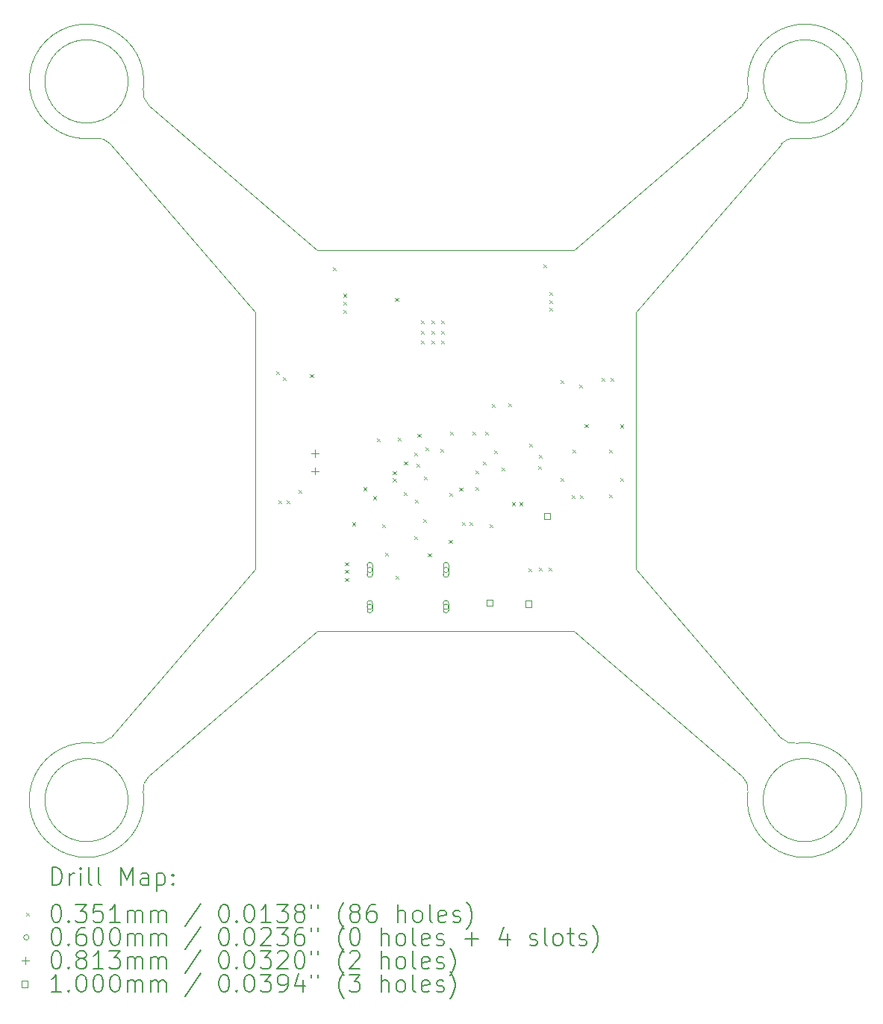
<source format=gbr>
%TF.GenerationSoftware,KiCad,Pcbnew,9.0.0*%
%TF.CreationDate,2025-04-10T22:34:47-07:00*%
%TF.ProjectId,HOPE_ESP32_Drone,484f5045-5f45-4535-9033-325f44726f6e,rev?*%
%TF.SameCoordinates,Original*%
%TF.FileFunction,Drillmap*%
%TF.FilePolarity,Positive*%
%FSLAX45Y45*%
G04 Gerber Fmt 4.5, Leading zero omitted, Abs format (unit mm)*
G04 Created by KiCad (PCBNEW 9.0.0) date 2025-04-10 22:34:47*
%MOMM*%
%LPD*%
G01*
G04 APERTURE LIST*
%ADD10C,0.100000*%
%ADD11C,0.050000*%
%ADD12C,0.049784*%
%ADD13C,0.200000*%
G04 APERTURE END LIST*
D10*
X9054870Y-11361660D02*
G75*
G02*
X8109990Y-11361660I-472440J0D01*
G01*
X8109990Y-11361660D02*
G75*
G02*
X9054870Y-11361660I472440J0D01*
G01*
D11*
X10497820Y-5831840D02*
X10497820Y-8745220D01*
D12*
X16637134Y-10718115D02*
G75*
G02*
X16085257Y-11269318I91546J-643535D01*
G01*
X16023679Y-3484880D02*
X14114780Y-5130800D01*
X9289961Y-11092180D02*
X11198860Y-9446260D01*
X16459200Y-10654119D02*
X14813280Y-8745220D01*
X8851900Y-10654120D02*
G75*
G02*
X8674762Y-10718242I-148620J133830D01*
G01*
X16021140Y-11092180D02*
G75*
G02*
X16085262Y-11269318I-133830J-148620D01*
G01*
X8674746Y-3858818D02*
G75*
G02*
X8851900Y-3922941I28524J-197972D01*
G01*
X16461740Y-3922940D02*
G75*
G02*
X16638878Y-3858818I148620J-133830D01*
G01*
D10*
X17201120Y-11361650D02*
G75*
G02*
X16256240Y-11361650I-472440J0D01*
G01*
X16256240Y-11361650D02*
G75*
G02*
X17201120Y-11361650I472440J0D01*
G01*
D12*
X16087675Y-3306946D02*
G75*
G02*
X16638878Y-3858823I643535J91546D01*
G01*
D11*
X11198860Y-9446260D02*
X14112240Y-9446260D01*
D12*
X8673966Y-3858945D02*
G75*
G02*
X9225843Y-3307742I-91546J643535D01*
G01*
D11*
X14813280Y-8745220D02*
X14815820Y-5831840D01*
D12*
X14112240Y-9446260D02*
X16021140Y-11092180D01*
D11*
X14114780Y-5130800D02*
X11198860Y-5130800D01*
D12*
X8851900Y-3922941D02*
X10497820Y-5831840D01*
D10*
X17203650Y-3215400D02*
G75*
G02*
X16258770Y-3215400I-472440J0D01*
G01*
X16258770Y-3215400D02*
G75*
G02*
X17203650Y-3215400I472440J0D01*
G01*
D12*
X10497820Y-8745220D02*
X8851900Y-10654120D01*
X14815820Y-5831840D02*
X16461740Y-3922940D01*
D10*
X9054860Y-3215410D02*
G75*
G02*
X8109980Y-3215410I-472440J0D01*
G01*
X8109980Y-3215410D02*
G75*
G02*
X9054860Y-3215410I472440J0D01*
G01*
D12*
X9289960Y-3484880D02*
G75*
G02*
X9225838Y-3307742I133830J148620D01*
G01*
X11198860Y-5130800D02*
X9289960Y-3484880D01*
X9225838Y-11269334D02*
G75*
G02*
X9289961Y-11092180I197972J28524D01*
G01*
X16087802Y-3307726D02*
G75*
G02*
X16023679Y-3484880I-197972J-28524D01*
G01*
X9225965Y-11270114D02*
G75*
G02*
X8674762Y-10718237I-643535J-91546D01*
G01*
X16636354Y-10718242D02*
G75*
G02*
X16459200Y-10654119I-28524J197972D01*
G01*
D13*
D10*
X10734294Y-6497574D02*
X10769346Y-6532626D01*
X10769346Y-6497574D02*
X10734294Y-6532626D01*
X10755249Y-7965059D02*
X10790301Y-8000111D01*
X10790301Y-7965059D02*
X10755249Y-8000111D01*
X10807954Y-6568694D02*
X10843006Y-6603746D01*
X10843006Y-6568694D02*
X10807954Y-6603746D01*
X10851769Y-7962519D02*
X10886821Y-7997571D01*
X10886821Y-7962519D02*
X10851769Y-7997571D01*
X10988294Y-7843774D02*
X11023346Y-7878826D01*
X11023346Y-7843774D02*
X10988294Y-7878826D01*
X11117834Y-6533134D02*
X11152886Y-6568186D01*
X11152886Y-6533134D02*
X11117834Y-6568186D01*
X11374374Y-5324094D02*
X11409426Y-5359146D01*
X11409426Y-5324094D02*
X11374374Y-5359146D01*
X11493521Y-5803921D02*
X11528573Y-5838973D01*
X11528573Y-5803921D02*
X11493521Y-5838973D01*
X11493754Y-5623814D02*
X11528806Y-5658866D01*
X11528806Y-5623814D02*
X11493754Y-5658866D01*
X11493754Y-5712714D02*
X11528806Y-5747766D01*
X11528806Y-5712714D02*
X11493754Y-5747766D01*
X11516381Y-8844301D02*
X11551433Y-8879353D01*
X11551433Y-8844301D02*
X11516381Y-8879353D01*
X11516614Y-8664194D02*
X11551666Y-8699246D01*
X11551666Y-8664194D02*
X11516614Y-8699246D01*
X11516614Y-8753094D02*
X11551666Y-8788146D01*
X11551666Y-8753094D02*
X11516614Y-8788146D01*
X11597894Y-8214614D02*
X11632946Y-8249666D01*
X11632946Y-8214614D02*
X11597894Y-8249666D01*
X11724894Y-7815834D02*
X11759946Y-7850886D01*
X11759946Y-7815834D02*
X11724894Y-7850886D01*
X11831574Y-7917434D02*
X11866626Y-7952486D01*
X11866626Y-7917434D02*
X11831574Y-7952486D01*
X11874754Y-7259574D02*
X11909806Y-7294626D01*
X11909806Y-7259574D02*
X11874754Y-7294626D01*
X11933174Y-8237474D02*
X11968226Y-8272526D01*
X11968226Y-8237474D02*
X11933174Y-8272526D01*
X11970034Y-8560054D02*
X12005086Y-8595106D01*
X12005086Y-8560054D02*
X11970034Y-8595106D01*
X12057634Y-7632954D02*
X12092686Y-7668006D01*
X12092686Y-7632954D02*
X12057634Y-7668006D01*
X12057634Y-7714234D02*
X12092686Y-7749286D01*
X12092686Y-7714234D02*
X12057634Y-7749286D01*
X12083034Y-5669534D02*
X12118086Y-5704586D01*
X12118086Y-5669534D02*
X12083034Y-5704586D01*
X12088114Y-8816594D02*
X12123166Y-8851646D01*
X12123166Y-8816594D02*
X12088114Y-8851646D01*
X12113514Y-7254494D02*
X12148566Y-7289546D01*
X12148566Y-7254494D02*
X12113514Y-7289546D01*
X12182094Y-7869174D02*
X12217146Y-7904226D01*
X12217146Y-7869174D02*
X12182094Y-7904226D01*
X12184634Y-7523734D02*
X12219686Y-7558786D01*
X12219686Y-7523734D02*
X12184634Y-7558786D01*
X12296394Y-7422134D02*
X12331446Y-7457186D01*
X12331446Y-7422134D02*
X12296394Y-7457186D01*
X12296394Y-8372094D02*
X12331446Y-8407146D01*
X12331446Y-8372094D02*
X12296394Y-8407146D01*
X12306554Y-7952994D02*
X12341606Y-7988046D01*
X12341606Y-7952994D02*
X12306554Y-7988046D01*
X12324334Y-7546594D02*
X12359386Y-7581646D01*
X12359386Y-7546594D02*
X12324334Y-7581646D01*
X12337034Y-7211314D02*
X12372086Y-7246366D01*
X12372086Y-7211314D02*
X12337034Y-7246366D01*
X12377674Y-5926074D02*
X12412726Y-5961126D01*
X12412726Y-5926074D02*
X12377674Y-5961126D01*
X12377674Y-6040374D02*
X12412726Y-6075426D01*
X12412726Y-6040374D02*
X12377674Y-6075426D01*
X12377674Y-6154674D02*
X12412726Y-6189726D01*
X12412726Y-6154674D02*
X12377674Y-6189726D01*
X12397994Y-8173974D02*
X12433046Y-8209026D01*
X12433046Y-8173974D02*
X12397994Y-8209026D01*
X12408154Y-7690354D02*
X12443206Y-7725406D01*
X12443206Y-7690354D02*
X12408154Y-7725406D01*
X12428474Y-7363714D02*
X12463526Y-7398766D01*
X12463526Y-7363714D02*
X12428474Y-7398766D01*
X12456414Y-8565134D02*
X12491466Y-8600186D01*
X12491466Y-8565134D02*
X12456414Y-8600186D01*
X12491974Y-5926074D02*
X12527026Y-5961126D01*
X12527026Y-5926074D02*
X12491974Y-5961126D01*
X12491974Y-6040374D02*
X12527026Y-6075426D01*
X12527026Y-6040374D02*
X12491974Y-6075426D01*
X12491974Y-6154674D02*
X12527026Y-6189726D01*
X12527026Y-6154674D02*
X12491974Y-6189726D01*
X12592304Y-7382764D02*
X12627356Y-7417816D01*
X12627356Y-7382764D02*
X12592304Y-7417816D01*
X12606274Y-5926074D02*
X12641326Y-5961126D01*
X12641326Y-5926074D02*
X12606274Y-5961126D01*
X12606274Y-6040374D02*
X12641326Y-6075426D01*
X12641326Y-6040374D02*
X12606274Y-6075426D01*
X12606274Y-6154674D02*
X12641326Y-6189726D01*
X12641326Y-6154674D02*
X12606274Y-6189726D01*
X12692634Y-8410194D02*
X12727686Y-8445246D01*
X12727686Y-8410194D02*
X12692634Y-8445246D01*
X12697714Y-7881874D02*
X12732766Y-7916926D01*
X12732766Y-7881874D02*
X12697714Y-7916926D01*
X12702794Y-7185914D02*
X12737846Y-7220966D01*
X12737846Y-7185914D02*
X12702794Y-7220966D01*
X12812014Y-7818374D02*
X12847066Y-7853426D01*
X12847066Y-7818374D02*
X12812014Y-7853426D01*
X12839954Y-8206994D02*
X12875006Y-8242046D01*
X12875006Y-8206994D02*
X12839954Y-8242046D01*
X12928854Y-8206994D02*
X12963906Y-8242046D01*
X12963906Y-8206994D02*
X12928854Y-8242046D01*
X12959334Y-7183374D02*
X12994386Y-7218426D01*
X12994386Y-7183374D02*
X12959334Y-7218426D01*
X12994894Y-7622794D02*
X13029946Y-7657846D01*
X13029946Y-7622794D02*
X12994894Y-7657846D01*
X12994894Y-7810754D02*
X13029946Y-7845806D01*
X13029946Y-7810754D02*
X12994894Y-7845806D01*
X13080794Y-7523274D02*
X13115846Y-7558326D01*
X13115846Y-7523274D02*
X13080794Y-7558326D01*
X13104114Y-7183374D02*
X13139166Y-7218426D01*
X13139166Y-7183374D02*
X13104114Y-7218426D01*
X13154914Y-8234934D02*
X13189966Y-8269986D01*
X13189966Y-8234934D02*
X13154914Y-8269986D01*
X13180314Y-6870954D02*
X13215366Y-6906006D01*
X13215366Y-6870954D02*
X13180314Y-6906006D01*
X13208254Y-7396734D02*
X13243306Y-7431786D01*
X13243306Y-7396734D02*
X13208254Y-7431786D01*
X13293274Y-7589774D02*
X13328326Y-7624826D01*
X13328326Y-7589774D02*
X13293274Y-7624826D01*
X13363194Y-6863334D02*
X13398246Y-6898386D01*
X13398246Y-6863334D02*
X13363194Y-6898386D01*
X13408914Y-7986014D02*
X13443966Y-8021066D01*
X13443966Y-7986014D02*
X13408914Y-8021066D01*
X13490194Y-7986014D02*
X13525246Y-8021066D01*
X13525246Y-7986014D02*
X13490194Y-8021066D01*
X13596874Y-8732774D02*
X13631926Y-8767826D01*
X13631926Y-8732774D02*
X13596874Y-8767826D01*
X13602554Y-7323674D02*
X13637606Y-7358726D01*
X13637606Y-7323674D02*
X13602554Y-7358726D01*
X13703554Y-7577074D02*
X13738606Y-7612126D01*
X13738606Y-7577074D02*
X13703554Y-7612126D01*
X13713714Y-7444994D02*
X13748766Y-7480046D01*
X13748766Y-7444994D02*
X13713714Y-7480046D01*
X13716254Y-8729767D02*
X13751306Y-8764819D01*
X13751306Y-8729767D02*
X13716254Y-8764819D01*
X13761974Y-5288534D02*
X13797026Y-5323586D01*
X13797026Y-5288534D02*
X13761974Y-5323586D01*
X13825707Y-8730001D02*
X13860759Y-8765053D01*
X13860759Y-8730001D02*
X13825707Y-8765053D01*
X13832861Y-5783601D02*
X13867913Y-5818653D01*
X13867913Y-5783601D02*
X13832861Y-5818653D01*
X13833094Y-5603494D02*
X13868146Y-5638546D01*
X13868146Y-5603494D02*
X13833094Y-5638546D01*
X13833094Y-5692394D02*
X13868146Y-5727446D01*
X13868146Y-5692394D02*
X13833094Y-5727446D01*
X13957554Y-6601714D02*
X13992606Y-6636766D01*
X13992606Y-6601714D02*
X13957554Y-6636766D01*
X13960094Y-7709154D02*
X13995146Y-7744206D01*
X13995146Y-7709154D02*
X13960094Y-7744206D01*
X14082649Y-7906639D02*
X14117701Y-7941691D01*
X14117701Y-7906639D02*
X14082649Y-7941691D01*
X14094714Y-7391654D02*
X14129766Y-7426706D01*
X14129766Y-7391654D02*
X14094714Y-7426706D01*
X14173454Y-6649974D02*
X14208506Y-6685026D01*
X14208506Y-6649974D02*
X14173454Y-6685026D01*
X14179169Y-7904099D02*
X14214221Y-7939151D01*
X14214221Y-7904099D02*
X14179169Y-7939151D01*
X14234414Y-7102094D02*
X14269466Y-7137146D01*
X14269466Y-7102094D02*
X14234414Y-7137146D01*
X14427454Y-6578854D02*
X14462506Y-6613906D01*
X14462506Y-6578854D02*
X14427454Y-6613906D01*
X14508734Y-7897114D02*
X14543786Y-7932166D01*
X14543786Y-7897114D02*
X14508734Y-7932166D01*
X14511274Y-7391654D02*
X14546326Y-7426706D01*
X14546326Y-7391654D02*
X14511274Y-7426706D01*
X14523974Y-6576314D02*
X14559026Y-6611366D01*
X14559026Y-6576314D02*
X14523974Y-6611366D01*
X14638274Y-7104634D02*
X14673326Y-7139686D01*
X14673326Y-7104634D02*
X14638274Y-7139686D01*
X14638274Y-7711694D02*
X14673326Y-7746746D01*
X14673326Y-7711694D02*
X14638274Y-7746746D01*
X11825560Y-8751400D02*
G75*
G02*
X11765560Y-8751400I-30000J0D01*
G01*
X11765560Y-8751400D02*
G75*
G02*
X11825560Y-8751400I30000J0D01*
G01*
X11765560Y-8696400D02*
X11765560Y-8806400D01*
X11825560Y-8806400D02*
G75*
G02*
X11765560Y-8806400I-30000J0D01*
G01*
X11825560Y-8806400D02*
X11825560Y-8696400D01*
X11825560Y-8696400D02*
G75*
G03*
X11765560Y-8696400I-30000J0D01*
G01*
X11825560Y-9169400D02*
G75*
G02*
X11765560Y-9169400I-30000J0D01*
G01*
X11765560Y-9169400D02*
G75*
G02*
X11825560Y-9169400I30000J0D01*
G01*
X11765560Y-9129400D02*
X11765560Y-9209400D01*
X11825560Y-9209400D02*
G75*
G02*
X11765560Y-9209400I-30000J0D01*
G01*
X11825560Y-9209400D02*
X11825560Y-9129400D01*
X11825560Y-9129400D02*
G75*
G03*
X11765560Y-9129400I-30000J0D01*
G01*
X12689560Y-8751400D02*
G75*
G02*
X12629560Y-8751400I-30000J0D01*
G01*
X12629560Y-8751400D02*
G75*
G02*
X12689560Y-8751400I30000J0D01*
G01*
X12629560Y-8696400D02*
X12629560Y-8806400D01*
X12689560Y-8806400D02*
G75*
G02*
X12629560Y-8806400I-30000J0D01*
G01*
X12689560Y-8806400D02*
X12689560Y-8696400D01*
X12689560Y-8696400D02*
G75*
G03*
X12629560Y-8696400I-30000J0D01*
G01*
X12689560Y-9169400D02*
G75*
G02*
X12629560Y-9169400I-30000J0D01*
G01*
X12629560Y-9169400D02*
G75*
G02*
X12689560Y-9169400I30000J0D01*
G01*
X12629560Y-9129400D02*
X12629560Y-9209400D01*
X12689560Y-9209400D02*
G75*
G02*
X12629560Y-9209400I-30000J0D01*
G01*
X12689560Y-9209400D02*
X12689560Y-9129400D01*
X12689560Y-9129400D02*
G75*
G03*
X12629560Y-9129400I-30000J0D01*
G01*
X11172000Y-7390460D02*
X11172000Y-7471740D01*
X11131360Y-7431100D02*
X11212640Y-7431100D01*
X11172000Y-7590460D02*
X11172000Y-7671740D01*
X11131360Y-7631100D02*
X11212640Y-7631100D01*
X13192556Y-9161576D02*
X13192556Y-9090864D01*
X13121844Y-9090864D01*
X13121844Y-9161576D01*
X13192556Y-9161576D01*
X13629436Y-9174276D02*
X13629436Y-9103564D01*
X13558724Y-9103564D01*
X13558724Y-9174276D01*
X13629436Y-9174276D01*
X13840256Y-8178596D02*
X13840256Y-8107884D01*
X13769544Y-8107884D01*
X13769544Y-8178596D01*
X13840256Y-8178596D01*
D13*
X8190694Y-12325647D02*
X8190694Y-12125647D01*
X8190694Y-12125647D02*
X8238313Y-12125647D01*
X8238313Y-12125647D02*
X8266884Y-12135171D01*
X8266884Y-12135171D02*
X8285932Y-12154218D01*
X8285932Y-12154218D02*
X8295456Y-12173266D01*
X8295456Y-12173266D02*
X8304979Y-12211361D01*
X8304979Y-12211361D02*
X8304979Y-12239932D01*
X8304979Y-12239932D02*
X8295456Y-12278028D01*
X8295456Y-12278028D02*
X8285932Y-12297075D01*
X8285932Y-12297075D02*
X8266884Y-12316123D01*
X8266884Y-12316123D02*
X8238313Y-12325647D01*
X8238313Y-12325647D02*
X8190694Y-12325647D01*
X8390694Y-12325647D02*
X8390694Y-12192313D01*
X8390694Y-12230409D02*
X8400218Y-12211361D01*
X8400218Y-12211361D02*
X8409741Y-12201837D01*
X8409741Y-12201837D02*
X8428789Y-12192313D01*
X8428789Y-12192313D02*
X8447837Y-12192313D01*
X8514503Y-12325647D02*
X8514503Y-12192313D01*
X8514503Y-12125647D02*
X8504980Y-12135171D01*
X8504980Y-12135171D02*
X8514503Y-12144694D01*
X8514503Y-12144694D02*
X8524027Y-12135171D01*
X8524027Y-12135171D02*
X8514503Y-12125647D01*
X8514503Y-12125647D02*
X8514503Y-12144694D01*
X8638313Y-12325647D02*
X8619265Y-12316123D01*
X8619265Y-12316123D02*
X8609741Y-12297075D01*
X8609741Y-12297075D02*
X8609741Y-12125647D01*
X8743075Y-12325647D02*
X8724027Y-12316123D01*
X8724027Y-12316123D02*
X8714503Y-12297075D01*
X8714503Y-12297075D02*
X8714503Y-12125647D01*
X8971646Y-12325647D02*
X8971646Y-12125647D01*
X8971646Y-12125647D02*
X9038313Y-12268504D01*
X9038313Y-12268504D02*
X9104980Y-12125647D01*
X9104980Y-12125647D02*
X9104980Y-12325647D01*
X9285932Y-12325647D02*
X9285932Y-12220885D01*
X9285932Y-12220885D02*
X9276408Y-12201837D01*
X9276408Y-12201837D02*
X9257361Y-12192313D01*
X9257361Y-12192313D02*
X9219265Y-12192313D01*
X9219265Y-12192313D02*
X9200218Y-12201837D01*
X9285932Y-12316123D02*
X9266884Y-12325647D01*
X9266884Y-12325647D02*
X9219265Y-12325647D01*
X9219265Y-12325647D02*
X9200218Y-12316123D01*
X9200218Y-12316123D02*
X9190694Y-12297075D01*
X9190694Y-12297075D02*
X9190694Y-12278028D01*
X9190694Y-12278028D02*
X9200218Y-12258980D01*
X9200218Y-12258980D02*
X9219265Y-12249456D01*
X9219265Y-12249456D02*
X9266884Y-12249456D01*
X9266884Y-12249456D02*
X9285932Y-12239932D01*
X9381170Y-12192313D02*
X9381170Y-12392313D01*
X9381170Y-12201837D02*
X9400218Y-12192313D01*
X9400218Y-12192313D02*
X9438313Y-12192313D01*
X9438313Y-12192313D02*
X9457361Y-12201837D01*
X9457361Y-12201837D02*
X9466884Y-12211361D01*
X9466884Y-12211361D02*
X9476408Y-12230409D01*
X9476408Y-12230409D02*
X9476408Y-12287551D01*
X9476408Y-12287551D02*
X9466884Y-12306599D01*
X9466884Y-12306599D02*
X9457361Y-12316123D01*
X9457361Y-12316123D02*
X9438313Y-12325647D01*
X9438313Y-12325647D02*
X9400218Y-12325647D01*
X9400218Y-12325647D02*
X9381170Y-12316123D01*
X9562122Y-12306599D02*
X9571646Y-12316123D01*
X9571646Y-12316123D02*
X9562122Y-12325647D01*
X9562122Y-12325647D02*
X9552599Y-12316123D01*
X9552599Y-12316123D02*
X9562122Y-12306599D01*
X9562122Y-12306599D02*
X9562122Y-12325647D01*
X9562122Y-12201837D02*
X9571646Y-12211361D01*
X9571646Y-12211361D02*
X9562122Y-12220885D01*
X9562122Y-12220885D02*
X9552599Y-12211361D01*
X9552599Y-12211361D02*
X9562122Y-12201837D01*
X9562122Y-12201837D02*
X9562122Y-12220885D01*
D10*
X7894865Y-12636637D02*
X7929917Y-12671689D01*
X7929917Y-12636637D02*
X7894865Y-12671689D01*
D13*
X8228789Y-12545647D02*
X8247837Y-12545647D01*
X8247837Y-12545647D02*
X8266884Y-12555171D01*
X8266884Y-12555171D02*
X8276408Y-12564694D01*
X8276408Y-12564694D02*
X8285932Y-12583742D01*
X8285932Y-12583742D02*
X8295456Y-12621837D01*
X8295456Y-12621837D02*
X8295456Y-12669456D01*
X8295456Y-12669456D02*
X8285932Y-12707551D01*
X8285932Y-12707551D02*
X8276408Y-12726599D01*
X8276408Y-12726599D02*
X8266884Y-12736123D01*
X8266884Y-12736123D02*
X8247837Y-12745647D01*
X8247837Y-12745647D02*
X8228789Y-12745647D01*
X8228789Y-12745647D02*
X8209741Y-12736123D01*
X8209741Y-12736123D02*
X8200218Y-12726599D01*
X8200218Y-12726599D02*
X8190694Y-12707551D01*
X8190694Y-12707551D02*
X8181170Y-12669456D01*
X8181170Y-12669456D02*
X8181170Y-12621837D01*
X8181170Y-12621837D02*
X8190694Y-12583742D01*
X8190694Y-12583742D02*
X8200218Y-12564694D01*
X8200218Y-12564694D02*
X8209741Y-12555171D01*
X8209741Y-12555171D02*
X8228789Y-12545647D01*
X8381170Y-12726599D02*
X8390694Y-12736123D01*
X8390694Y-12736123D02*
X8381170Y-12745647D01*
X8381170Y-12745647D02*
X8371646Y-12736123D01*
X8371646Y-12736123D02*
X8381170Y-12726599D01*
X8381170Y-12726599D02*
X8381170Y-12745647D01*
X8457361Y-12545647D02*
X8581170Y-12545647D01*
X8581170Y-12545647D02*
X8514503Y-12621837D01*
X8514503Y-12621837D02*
X8543075Y-12621837D01*
X8543075Y-12621837D02*
X8562122Y-12631361D01*
X8562122Y-12631361D02*
X8571646Y-12640885D01*
X8571646Y-12640885D02*
X8581170Y-12659932D01*
X8581170Y-12659932D02*
X8581170Y-12707551D01*
X8581170Y-12707551D02*
X8571646Y-12726599D01*
X8571646Y-12726599D02*
X8562122Y-12736123D01*
X8562122Y-12736123D02*
X8543075Y-12745647D01*
X8543075Y-12745647D02*
X8485932Y-12745647D01*
X8485932Y-12745647D02*
X8466884Y-12736123D01*
X8466884Y-12736123D02*
X8457361Y-12726599D01*
X8762122Y-12545647D02*
X8666884Y-12545647D01*
X8666884Y-12545647D02*
X8657361Y-12640885D01*
X8657361Y-12640885D02*
X8666884Y-12631361D01*
X8666884Y-12631361D02*
X8685932Y-12621837D01*
X8685932Y-12621837D02*
X8733551Y-12621837D01*
X8733551Y-12621837D02*
X8752599Y-12631361D01*
X8752599Y-12631361D02*
X8762122Y-12640885D01*
X8762122Y-12640885D02*
X8771646Y-12659932D01*
X8771646Y-12659932D02*
X8771646Y-12707551D01*
X8771646Y-12707551D02*
X8762122Y-12726599D01*
X8762122Y-12726599D02*
X8752599Y-12736123D01*
X8752599Y-12736123D02*
X8733551Y-12745647D01*
X8733551Y-12745647D02*
X8685932Y-12745647D01*
X8685932Y-12745647D02*
X8666884Y-12736123D01*
X8666884Y-12736123D02*
X8657361Y-12726599D01*
X8962122Y-12745647D02*
X8847837Y-12745647D01*
X8904980Y-12745647D02*
X8904980Y-12545647D01*
X8904980Y-12545647D02*
X8885932Y-12574218D01*
X8885932Y-12574218D02*
X8866884Y-12593266D01*
X8866884Y-12593266D02*
X8847837Y-12602790D01*
X9047837Y-12745647D02*
X9047837Y-12612313D01*
X9047837Y-12631361D02*
X9057361Y-12621837D01*
X9057361Y-12621837D02*
X9076408Y-12612313D01*
X9076408Y-12612313D02*
X9104980Y-12612313D01*
X9104980Y-12612313D02*
X9124027Y-12621837D01*
X9124027Y-12621837D02*
X9133551Y-12640885D01*
X9133551Y-12640885D02*
X9133551Y-12745647D01*
X9133551Y-12640885D02*
X9143075Y-12621837D01*
X9143075Y-12621837D02*
X9162122Y-12612313D01*
X9162122Y-12612313D02*
X9190694Y-12612313D01*
X9190694Y-12612313D02*
X9209742Y-12621837D01*
X9209742Y-12621837D02*
X9219265Y-12640885D01*
X9219265Y-12640885D02*
X9219265Y-12745647D01*
X9314503Y-12745647D02*
X9314503Y-12612313D01*
X9314503Y-12631361D02*
X9324027Y-12621837D01*
X9324027Y-12621837D02*
X9343075Y-12612313D01*
X9343075Y-12612313D02*
X9371646Y-12612313D01*
X9371646Y-12612313D02*
X9390694Y-12621837D01*
X9390694Y-12621837D02*
X9400218Y-12640885D01*
X9400218Y-12640885D02*
X9400218Y-12745647D01*
X9400218Y-12640885D02*
X9409742Y-12621837D01*
X9409742Y-12621837D02*
X9428789Y-12612313D01*
X9428789Y-12612313D02*
X9457361Y-12612313D01*
X9457361Y-12612313D02*
X9476408Y-12621837D01*
X9476408Y-12621837D02*
X9485932Y-12640885D01*
X9485932Y-12640885D02*
X9485932Y-12745647D01*
X9876408Y-12536123D02*
X9704980Y-12793266D01*
X10133551Y-12545647D02*
X10152599Y-12545647D01*
X10152599Y-12545647D02*
X10171646Y-12555171D01*
X10171646Y-12555171D02*
X10181170Y-12564694D01*
X10181170Y-12564694D02*
X10190694Y-12583742D01*
X10190694Y-12583742D02*
X10200218Y-12621837D01*
X10200218Y-12621837D02*
X10200218Y-12669456D01*
X10200218Y-12669456D02*
X10190694Y-12707551D01*
X10190694Y-12707551D02*
X10181170Y-12726599D01*
X10181170Y-12726599D02*
X10171646Y-12736123D01*
X10171646Y-12736123D02*
X10152599Y-12745647D01*
X10152599Y-12745647D02*
X10133551Y-12745647D01*
X10133551Y-12745647D02*
X10114504Y-12736123D01*
X10114504Y-12736123D02*
X10104980Y-12726599D01*
X10104980Y-12726599D02*
X10095456Y-12707551D01*
X10095456Y-12707551D02*
X10085932Y-12669456D01*
X10085932Y-12669456D02*
X10085932Y-12621837D01*
X10085932Y-12621837D02*
X10095456Y-12583742D01*
X10095456Y-12583742D02*
X10104980Y-12564694D01*
X10104980Y-12564694D02*
X10114504Y-12555171D01*
X10114504Y-12555171D02*
X10133551Y-12545647D01*
X10285932Y-12726599D02*
X10295456Y-12736123D01*
X10295456Y-12736123D02*
X10285932Y-12745647D01*
X10285932Y-12745647D02*
X10276408Y-12736123D01*
X10276408Y-12736123D02*
X10285932Y-12726599D01*
X10285932Y-12726599D02*
X10285932Y-12745647D01*
X10419265Y-12545647D02*
X10438313Y-12545647D01*
X10438313Y-12545647D02*
X10457361Y-12555171D01*
X10457361Y-12555171D02*
X10466885Y-12564694D01*
X10466885Y-12564694D02*
X10476408Y-12583742D01*
X10476408Y-12583742D02*
X10485932Y-12621837D01*
X10485932Y-12621837D02*
X10485932Y-12669456D01*
X10485932Y-12669456D02*
X10476408Y-12707551D01*
X10476408Y-12707551D02*
X10466885Y-12726599D01*
X10466885Y-12726599D02*
X10457361Y-12736123D01*
X10457361Y-12736123D02*
X10438313Y-12745647D01*
X10438313Y-12745647D02*
X10419265Y-12745647D01*
X10419265Y-12745647D02*
X10400218Y-12736123D01*
X10400218Y-12736123D02*
X10390694Y-12726599D01*
X10390694Y-12726599D02*
X10381170Y-12707551D01*
X10381170Y-12707551D02*
X10371646Y-12669456D01*
X10371646Y-12669456D02*
X10371646Y-12621837D01*
X10371646Y-12621837D02*
X10381170Y-12583742D01*
X10381170Y-12583742D02*
X10390694Y-12564694D01*
X10390694Y-12564694D02*
X10400218Y-12555171D01*
X10400218Y-12555171D02*
X10419265Y-12545647D01*
X10676408Y-12745647D02*
X10562123Y-12745647D01*
X10619265Y-12745647D02*
X10619265Y-12545647D01*
X10619265Y-12545647D02*
X10600218Y-12574218D01*
X10600218Y-12574218D02*
X10581170Y-12593266D01*
X10581170Y-12593266D02*
X10562123Y-12602790D01*
X10743075Y-12545647D02*
X10866885Y-12545647D01*
X10866885Y-12545647D02*
X10800218Y-12621837D01*
X10800218Y-12621837D02*
X10828789Y-12621837D01*
X10828789Y-12621837D02*
X10847837Y-12631361D01*
X10847837Y-12631361D02*
X10857361Y-12640885D01*
X10857361Y-12640885D02*
X10866885Y-12659932D01*
X10866885Y-12659932D02*
X10866885Y-12707551D01*
X10866885Y-12707551D02*
X10857361Y-12726599D01*
X10857361Y-12726599D02*
X10847837Y-12736123D01*
X10847837Y-12736123D02*
X10828789Y-12745647D01*
X10828789Y-12745647D02*
X10771646Y-12745647D01*
X10771646Y-12745647D02*
X10752599Y-12736123D01*
X10752599Y-12736123D02*
X10743075Y-12726599D01*
X10981170Y-12631361D02*
X10962123Y-12621837D01*
X10962123Y-12621837D02*
X10952599Y-12612313D01*
X10952599Y-12612313D02*
X10943075Y-12593266D01*
X10943075Y-12593266D02*
X10943075Y-12583742D01*
X10943075Y-12583742D02*
X10952599Y-12564694D01*
X10952599Y-12564694D02*
X10962123Y-12555171D01*
X10962123Y-12555171D02*
X10981170Y-12545647D01*
X10981170Y-12545647D02*
X11019266Y-12545647D01*
X11019266Y-12545647D02*
X11038313Y-12555171D01*
X11038313Y-12555171D02*
X11047837Y-12564694D01*
X11047837Y-12564694D02*
X11057361Y-12583742D01*
X11057361Y-12583742D02*
X11057361Y-12593266D01*
X11057361Y-12593266D02*
X11047837Y-12612313D01*
X11047837Y-12612313D02*
X11038313Y-12621837D01*
X11038313Y-12621837D02*
X11019266Y-12631361D01*
X11019266Y-12631361D02*
X10981170Y-12631361D01*
X10981170Y-12631361D02*
X10962123Y-12640885D01*
X10962123Y-12640885D02*
X10952599Y-12650409D01*
X10952599Y-12650409D02*
X10943075Y-12669456D01*
X10943075Y-12669456D02*
X10943075Y-12707551D01*
X10943075Y-12707551D02*
X10952599Y-12726599D01*
X10952599Y-12726599D02*
X10962123Y-12736123D01*
X10962123Y-12736123D02*
X10981170Y-12745647D01*
X10981170Y-12745647D02*
X11019266Y-12745647D01*
X11019266Y-12745647D02*
X11038313Y-12736123D01*
X11038313Y-12736123D02*
X11047837Y-12726599D01*
X11047837Y-12726599D02*
X11057361Y-12707551D01*
X11057361Y-12707551D02*
X11057361Y-12669456D01*
X11057361Y-12669456D02*
X11047837Y-12650409D01*
X11047837Y-12650409D02*
X11038313Y-12640885D01*
X11038313Y-12640885D02*
X11019266Y-12631361D01*
X11133551Y-12545647D02*
X11133551Y-12583742D01*
X11209742Y-12545647D02*
X11209742Y-12583742D01*
X11504980Y-12821837D02*
X11495456Y-12812313D01*
X11495456Y-12812313D02*
X11476408Y-12783742D01*
X11476408Y-12783742D02*
X11466885Y-12764694D01*
X11466885Y-12764694D02*
X11457361Y-12736123D01*
X11457361Y-12736123D02*
X11447837Y-12688504D01*
X11447837Y-12688504D02*
X11447837Y-12650409D01*
X11447837Y-12650409D02*
X11457361Y-12602790D01*
X11457361Y-12602790D02*
X11466885Y-12574218D01*
X11466885Y-12574218D02*
X11476408Y-12555171D01*
X11476408Y-12555171D02*
X11495456Y-12526599D01*
X11495456Y-12526599D02*
X11504980Y-12517075D01*
X11609742Y-12631361D02*
X11590694Y-12621837D01*
X11590694Y-12621837D02*
X11581170Y-12612313D01*
X11581170Y-12612313D02*
X11571646Y-12593266D01*
X11571646Y-12593266D02*
X11571646Y-12583742D01*
X11571646Y-12583742D02*
X11581170Y-12564694D01*
X11581170Y-12564694D02*
X11590694Y-12555171D01*
X11590694Y-12555171D02*
X11609742Y-12545647D01*
X11609742Y-12545647D02*
X11647837Y-12545647D01*
X11647837Y-12545647D02*
X11666885Y-12555171D01*
X11666885Y-12555171D02*
X11676408Y-12564694D01*
X11676408Y-12564694D02*
X11685932Y-12583742D01*
X11685932Y-12583742D02*
X11685932Y-12593266D01*
X11685932Y-12593266D02*
X11676408Y-12612313D01*
X11676408Y-12612313D02*
X11666885Y-12621837D01*
X11666885Y-12621837D02*
X11647837Y-12631361D01*
X11647837Y-12631361D02*
X11609742Y-12631361D01*
X11609742Y-12631361D02*
X11590694Y-12640885D01*
X11590694Y-12640885D02*
X11581170Y-12650409D01*
X11581170Y-12650409D02*
X11571646Y-12669456D01*
X11571646Y-12669456D02*
X11571646Y-12707551D01*
X11571646Y-12707551D02*
X11581170Y-12726599D01*
X11581170Y-12726599D02*
X11590694Y-12736123D01*
X11590694Y-12736123D02*
X11609742Y-12745647D01*
X11609742Y-12745647D02*
X11647837Y-12745647D01*
X11647837Y-12745647D02*
X11666885Y-12736123D01*
X11666885Y-12736123D02*
X11676408Y-12726599D01*
X11676408Y-12726599D02*
X11685932Y-12707551D01*
X11685932Y-12707551D02*
X11685932Y-12669456D01*
X11685932Y-12669456D02*
X11676408Y-12650409D01*
X11676408Y-12650409D02*
X11666885Y-12640885D01*
X11666885Y-12640885D02*
X11647837Y-12631361D01*
X11857361Y-12545647D02*
X11819265Y-12545647D01*
X11819265Y-12545647D02*
X11800218Y-12555171D01*
X11800218Y-12555171D02*
X11790694Y-12564694D01*
X11790694Y-12564694D02*
X11771646Y-12593266D01*
X11771646Y-12593266D02*
X11762123Y-12631361D01*
X11762123Y-12631361D02*
X11762123Y-12707551D01*
X11762123Y-12707551D02*
X11771646Y-12726599D01*
X11771646Y-12726599D02*
X11781170Y-12736123D01*
X11781170Y-12736123D02*
X11800218Y-12745647D01*
X11800218Y-12745647D02*
X11838313Y-12745647D01*
X11838313Y-12745647D02*
X11857361Y-12736123D01*
X11857361Y-12736123D02*
X11866885Y-12726599D01*
X11866885Y-12726599D02*
X11876408Y-12707551D01*
X11876408Y-12707551D02*
X11876408Y-12659932D01*
X11876408Y-12659932D02*
X11866885Y-12640885D01*
X11866885Y-12640885D02*
X11857361Y-12631361D01*
X11857361Y-12631361D02*
X11838313Y-12621837D01*
X11838313Y-12621837D02*
X11800218Y-12621837D01*
X11800218Y-12621837D02*
X11781170Y-12631361D01*
X11781170Y-12631361D02*
X11771646Y-12640885D01*
X11771646Y-12640885D02*
X11762123Y-12659932D01*
X12114504Y-12745647D02*
X12114504Y-12545647D01*
X12200218Y-12745647D02*
X12200218Y-12640885D01*
X12200218Y-12640885D02*
X12190694Y-12621837D01*
X12190694Y-12621837D02*
X12171647Y-12612313D01*
X12171647Y-12612313D02*
X12143075Y-12612313D01*
X12143075Y-12612313D02*
X12124027Y-12621837D01*
X12124027Y-12621837D02*
X12114504Y-12631361D01*
X12324027Y-12745647D02*
X12304980Y-12736123D01*
X12304980Y-12736123D02*
X12295456Y-12726599D01*
X12295456Y-12726599D02*
X12285932Y-12707551D01*
X12285932Y-12707551D02*
X12285932Y-12650409D01*
X12285932Y-12650409D02*
X12295456Y-12631361D01*
X12295456Y-12631361D02*
X12304980Y-12621837D01*
X12304980Y-12621837D02*
X12324027Y-12612313D01*
X12324027Y-12612313D02*
X12352599Y-12612313D01*
X12352599Y-12612313D02*
X12371647Y-12621837D01*
X12371647Y-12621837D02*
X12381170Y-12631361D01*
X12381170Y-12631361D02*
X12390694Y-12650409D01*
X12390694Y-12650409D02*
X12390694Y-12707551D01*
X12390694Y-12707551D02*
X12381170Y-12726599D01*
X12381170Y-12726599D02*
X12371647Y-12736123D01*
X12371647Y-12736123D02*
X12352599Y-12745647D01*
X12352599Y-12745647D02*
X12324027Y-12745647D01*
X12504980Y-12745647D02*
X12485932Y-12736123D01*
X12485932Y-12736123D02*
X12476408Y-12717075D01*
X12476408Y-12717075D02*
X12476408Y-12545647D01*
X12657361Y-12736123D02*
X12638313Y-12745647D01*
X12638313Y-12745647D02*
X12600218Y-12745647D01*
X12600218Y-12745647D02*
X12581170Y-12736123D01*
X12581170Y-12736123D02*
X12571647Y-12717075D01*
X12571647Y-12717075D02*
X12571647Y-12640885D01*
X12571647Y-12640885D02*
X12581170Y-12621837D01*
X12581170Y-12621837D02*
X12600218Y-12612313D01*
X12600218Y-12612313D02*
X12638313Y-12612313D01*
X12638313Y-12612313D02*
X12657361Y-12621837D01*
X12657361Y-12621837D02*
X12666885Y-12640885D01*
X12666885Y-12640885D02*
X12666885Y-12659932D01*
X12666885Y-12659932D02*
X12571647Y-12678980D01*
X12743075Y-12736123D02*
X12762123Y-12745647D01*
X12762123Y-12745647D02*
X12800218Y-12745647D01*
X12800218Y-12745647D02*
X12819266Y-12736123D01*
X12819266Y-12736123D02*
X12828789Y-12717075D01*
X12828789Y-12717075D02*
X12828789Y-12707551D01*
X12828789Y-12707551D02*
X12819266Y-12688504D01*
X12819266Y-12688504D02*
X12800218Y-12678980D01*
X12800218Y-12678980D02*
X12771647Y-12678980D01*
X12771647Y-12678980D02*
X12752599Y-12669456D01*
X12752599Y-12669456D02*
X12743075Y-12650409D01*
X12743075Y-12650409D02*
X12743075Y-12640885D01*
X12743075Y-12640885D02*
X12752599Y-12621837D01*
X12752599Y-12621837D02*
X12771647Y-12612313D01*
X12771647Y-12612313D02*
X12800218Y-12612313D01*
X12800218Y-12612313D02*
X12819266Y-12621837D01*
X12895456Y-12821837D02*
X12904980Y-12812313D01*
X12904980Y-12812313D02*
X12924028Y-12783742D01*
X12924028Y-12783742D02*
X12933551Y-12764694D01*
X12933551Y-12764694D02*
X12943075Y-12736123D01*
X12943075Y-12736123D02*
X12952599Y-12688504D01*
X12952599Y-12688504D02*
X12952599Y-12650409D01*
X12952599Y-12650409D02*
X12943075Y-12602790D01*
X12943075Y-12602790D02*
X12933551Y-12574218D01*
X12933551Y-12574218D02*
X12924028Y-12555171D01*
X12924028Y-12555171D02*
X12904980Y-12526599D01*
X12904980Y-12526599D02*
X12895456Y-12517075D01*
D10*
X7929917Y-12918163D02*
G75*
G02*
X7869917Y-12918163I-30000J0D01*
G01*
X7869917Y-12918163D02*
G75*
G02*
X7929917Y-12918163I30000J0D01*
G01*
D13*
X8228789Y-12809647D02*
X8247837Y-12809647D01*
X8247837Y-12809647D02*
X8266884Y-12819171D01*
X8266884Y-12819171D02*
X8276408Y-12828694D01*
X8276408Y-12828694D02*
X8285932Y-12847742D01*
X8285932Y-12847742D02*
X8295456Y-12885837D01*
X8295456Y-12885837D02*
X8295456Y-12933456D01*
X8295456Y-12933456D02*
X8285932Y-12971551D01*
X8285932Y-12971551D02*
X8276408Y-12990599D01*
X8276408Y-12990599D02*
X8266884Y-13000123D01*
X8266884Y-13000123D02*
X8247837Y-13009647D01*
X8247837Y-13009647D02*
X8228789Y-13009647D01*
X8228789Y-13009647D02*
X8209741Y-13000123D01*
X8209741Y-13000123D02*
X8200218Y-12990599D01*
X8200218Y-12990599D02*
X8190694Y-12971551D01*
X8190694Y-12971551D02*
X8181170Y-12933456D01*
X8181170Y-12933456D02*
X8181170Y-12885837D01*
X8181170Y-12885837D02*
X8190694Y-12847742D01*
X8190694Y-12847742D02*
X8200218Y-12828694D01*
X8200218Y-12828694D02*
X8209741Y-12819171D01*
X8209741Y-12819171D02*
X8228789Y-12809647D01*
X8381170Y-12990599D02*
X8390694Y-13000123D01*
X8390694Y-13000123D02*
X8381170Y-13009647D01*
X8381170Y-13009647D02*
X8371646Y-13000123D01*
X8371646Y-13000123D02*
X8381170Y-12990599D01*
X8381170Y-12990599D02*
X8381170Y-13009647D01*
X8562122Y-12809647D02*
X8524027Y-12809647D01*
X8524027Y-12809647D02*
X8504980Y-12819171D01*
X8504980Y-12819171D02*
X8495456Y-12828694D01*
X8495456Y-12828694D02*
X8476408Y-12857266D01*
X8476408Y-12857266D02*
X8466884Y-12895361D01*
X8466884Y-12895361D02*
X8466884Y-12971551D01*
X8466884Y-12971551D02*
X8476408Y-12990599D01*
X8476408Y-12990599D02*
X8485932Y-13000123D01*
X8485932Y-13000123D02*
X8504980Y-13009647D01*
X8504980Y-13009647D02*
X8543075Y-13009647D01*
X8543075Y-13009647D02*
X8562122Y-13000123D01*
X8562122Y-13000123D02*
X8571646Y-12990599D01*
X8571646Y-12990599D02*
X8581170Y-12971551D01*
X8581170Y-12971551D02*
X8581170Y-12923932D01*
X8581170Y-12923932D02*
X8571646Y-12904885D01*
X8571646Y-12904885D02*
X8562122Y-12895361D01*
X8562122Y-12895361D02*
X8543075Y-12885837D01*
X8543075Y-12885837D02*
X8504980Y-12885837D01*
X8504980Y-12885837D02*
X8485932Y-12895361D01*
X8485932Y-12895361D02*
X8476408Y-12904885D01*
X8476408Y-12904885D02*
X8466884Y-12923932D01*
X8704980Y-12809647D02*
X8724027Y-12809647D01*
X8724027Y-12809647D02*
X8743075Y-12819171D01*
X8743075Y-12819171D02*
X8752599Y-12828694D01*
X8752599Y-12828694D02*
X8762122Y-12847742D01*
X8762122Y-12847742D02*
X8771646Y-12885837D01*
X8771646Y-12885837D02*
X8771646Y-12933456D01*
X8771646Y-12933456D02*
X8762122Y-12971551D01*
X8762122Y-12971551D02*
X8752599Y-12990599D01*
X8752599Y-12990599D02*
X8743075Y-13000123D01*
X8743075Y-13000123D02*
X8724027Y-13009647D01*
X8724027Y-13009647D02*
X8704980Y-13009647D01*
X8704980Y-13009647D02*
X8685932Y-13000123D01*
X8685932Y-13000123D02*
X8676408Y-12990599D01*
X8676408Y-12990599D02*
X8666884Y-12971551D01*
X8666884Y-12971551D02*
X8657361Y-12933456D01*
X8657361Y-12933456D02*
X8657361Y-12885837D01*
X8657361Y-12885837D02*
X8666884Y-12847742D01*
X8666884Y-12847742D02*
X8676408Y-12828694D01*
X8676408Y-12828694D02*
X8685932Y-12819171D01*
X8685932Y-12819171D02*
X8704980Y-12809647D01*
X8895456Y-12809647D02*
X8914503Y-12809647D01*
X8914503Y-12809647D02*
X8933551Y-12819171D01*
X8933551Y-12819171D02*
X8943075Y-12828694D01*
X8943075Y-12828694D02*
X8952599Y-12847742D01*
X8952599Y-12847742D02*
X8962122Y-12885837D01*
X8962122Y-12885837D02*
X8962122Y-12933456D01*
X8962122Y-12933456D02*
X8952599Y-12971551D01*
X8952599Y-12971551D02*
X8943075Y-12990599D01*
X8943075Y-12990599D02*
X8933551Y-13000123D01*
X8933551Y-13000123D02*
X8914503Y-13009647D01*
X8914503Y-13009647D02*
X8895456Y-13009647D01*
X8895456Y-13009647D02*
X8876408Y-13000123D01*
X8876408Y-13000123D02*
X8866884Y-12990599D01*
X8866884Y-12990599D02*
X8857361Y-12971551D01*
X8857361Y-12971551D02*
X8847837Y-12933456D01*
X8847837Y-12933456D02*
X8847837Y-12885837D01*
X8847837Y-12885837D02*
X8857361Y-12847742D01*
X8857361Y-12847742D02*
X8866884Y-12828694D01*
X8866884Y-12828694D02*
X8876408Y-12819171D01*
X8876408Y-12819171D02*
X8895456Y-12809647D01*
X9047837Y-13009647D02*
X9047837Y-12876313D01*
X9047837Y-12895361D02*
X9057361Y-12885837D01*
X9057361Y-12885837D02*
X9076408Y-12876313D01*
X9076408Y-12876313D02*
X9104980Y-12876313D01*
X9104980Y-12876313D02*
X9124027Y-12885837D01*
X9124027Y-12885837D02*
X9133551Y-12904885D01*
X9133551Y-12904885D02*
X9133551Y-13009647D01*
X9133551Y-12904885D02*
X9143075Y-12885837D01*
X9143075Y-12885837D02*
X9162122Y-12876313D01*
X9162122Y-12876313D02*
X9190694Y-12876313D01*
X9190694Y-12876313D02*
X9209742Y-12885837D01*
X9209742Y-12885837D02*
X9219265Y-12904885D01*
X9219265Y-12904885D02*
X9219265Y-13009647D01*
X9314503Y-13009647D02*
X9314503Y-12876313D01*
X9314503Y-12895361D02*
X9324027Y-12885837D01*
X9324027Y-12885837D02*
X9343075Y-12876313D01*
X9343075Y-12876313D02*
X9371646Y-12876313D01*
X9371646Y-12876313D02*
X9390694Y-12885837D01*
X9390694Y-12885837D02*
X9400218Y-12904885D01*
X9400218Y-12904885D02*
X9400218Y-13009647D01*
X9400218Y-12904885D02*
X9409742Y-12885837D01*
X9409742Y-12885837D02*
X9428789Y-12876313D01*
X9428789Y-12876313D02*
X9457361Y-12876313D01*
X9457361Y-12876313D02*
X9476408Y-12885837D01*
X9476408Y-12885837D02*
X9485932Y-12904885D01*
X9485932Y-12904885D02*
X9485932Y-13009647D01*
X9876408Y-12800123D02*
X9704980Y-13057266D01*
X10133551Y-12809647D02*
X10152599Y-12809647D01*
X10152599Y-12809647D02*
X10171646Y-12819171D01*
X10171646Y-12819171D02*
X10181170Y-12828694D01*
X10181170Y-12828694D02*
X10190694Y-12847742D01*
X10190694Y-12847742D02*
X10200218Y-12885837D01*
X10200218Y-12885837D02*
X10200218Y-12933456D01*
X10200218Y-12933456D02*
X10190694Y-12971551D01*
X10190694Y-12971551D02*
X10181170Y-12990599D01*
X10181170Y-12990599D02*
X10171646Y-13000123D01*
X10171646Y-13000123D02*
X10152599Y-13009647D01*
X10152599Y-13009647D02*
X10133551Y-13009647D01*
X10133551Y-13009647D02*
X10114504Y-13000123D01*
X10114504Y-13000123D02*
X10104980Y-12990599D01*
X10104980Y-12990599D02*
X10095456Y-12971551D01*
X10095456Y-12971551D02*
X10085932Y-12933456D01*
X10085932Y-12933456D02*
X10085932Y-12885837D01*
X10085932Y-12885837D02*
X10095456Y-12847742D01*
X10095456Y-12847742D02*
X10104980Y-12828694D01*
X10104980Y-12828694D02*
X10114504Y-12819171D01*
X10114504Y-12819171D02*
X10133551Y-12809647D01*
X10285932Y-12990599D02*
X10295456Y-13000123D01*
X10295456Y-13000123D02*
X10285932Y-13009647D01*
X10285932Y-13009647D02*
X10276408Y-13000123D01*
X10276408Y-13000123D02*
X10285932Y-12990599D01*
X10285932Y-12990599D02*
X10285932Y-13009647D01*
X10419265Y-12809647D02*
X10438313Y-12809647D01*
X10438313Y-12809647D02*
X10457361Y-12819171D01*
X10457361Y-12819171D02*
X10466885Y-12828694D01*
X10466885Y-12828694D02*
X10476408Y-12847742D01*
X10476408Y-12847742D02*
X10485932Y-12885837D01*
X10485932Y-12885837D02*
X10485932Y-12933456D01*
X10485932Y-12933456D02*
X10476408Y-12971551D01*
X10476408Y-12971551D02*
X10466885Y-12990599D01*
X10466885Y-12990599D02*
X10457361Y-13000123D01*
X10457361Y-13000123D02*
X10438313Y-13009647D01*
X10438313Y-13009647D02*
X10419265Y-13009647D01*
X10419265Y-13009647D02*
X10400218Y-13000123D01*
X10400218Y-13000123D02*
X10390694Y-12990599D01*
X10390694Y-12990599D02*
X10381170Y-12971551D01*
X10381170Y-12971551D02*
X10371646Y-12933456D01*
X10371646Y-12933456D02*
X10371646Y-12885837D01*
X10371646Y-12885837D02*
X10381170Y-12847742D01*
X10381170Y-12847742D02*
X10390694Y-12828694D01*
X10390694Y-12828694D02*
X10400218Y-12819171D01*
X10400218Y-12819171D02*
X10419265Y-12809647D01*
X10562123Y-12828694D02*
X10571646Y-12819171D01*
X10571646Y-12819171D02*
X10590694Y-12809647D01*
X10590694Y-12809647D02*
X10638313Y-12809647D01*
X10638313Y-12809647D02*
X10657361Y-12819171D01*
X10657361Y-12819171D02*
X10666885Y-12828694D01*
X10666885Y-12828694D02*
X10676408Y-12847742D01*
X10676408Y-12847742D02*
X10676408Y-12866790D01*
X10676408Y-12866790D02*
X10666885Y-12895361D01*
X10666885Y-12895361D02*
X10552599Y-13009647D01*
X10552599Y-13009647D02*
X10676408Y-13009647D01*
X10743075Y-12809647D02*
X10866885Y-12809647D01*
X10866885Y-12809647D02*
X10800218Y-12885837D01*
X10800218Y-12885837D02*
X10828789Y-12885837D01*
X10828789Y-12885837D02*
X10847837Y-12895361D01*
X10847837Y-12895361D02*
X10857361Y-12904885D01*
X10857361Y-12904885D02*
X10866885Y-12923932D01*
X10866885Y-12923932D02*
X10866885Y-12971551D01*
X10866885Y-12971551D02*
X10857361Y-12990599D01*
X10857361Y-12990599D02*
X10847837Y-13000123D01*
X10847837Y-13000123D02*
X10828789Y-13009647D01*
X10828789Y-13009647D02*
X10771646Y-13009647D01*
X10771646Y-13009647D02*
X10752599Y-13000123D01*
X10752599Y-13000123D02*
X10743075Y-12990599D01*
X11038313Y-12809647D02*
X11000218Y-12809647D01*
X11000218Y-12809647D02*
X10981170Y-12819171D01*
X10981170Y-12819171D02*
X10971646Y-12828694D01*
X10971646Y-12828694D02*
X10952599Y-12857266D01*
X10952599Y-12857266D02*
X10943075Y-12895361D01*
X10943075Y-12895361D02*
X10943075Y-12971551D01*
X10943075Y-12971551D02*
X10952599Y-12990599D01*
X10952599Y-12990599D02*
X10962123Y-13000123D01*
X10962123Y-13000123D02*
X10981170Y-13009647D01*
X10981170Y-13009647D02*
X11019266Y-13009647D01*
X11019266Y-13009647D02*
X11038313Y-13000123D01*
X11038313Y-13000123D02*
X11047837Y-12990599D01*
X11047837Y-12990599D02*
X11057361Y-12971551D01*
X11057361Y-12971551D02*
X11057361Y-12923932D01*
X11057361Y-12923932D02*
X11047837Y-12904885D01*
X11047837Y-12904885D02*
X11038313Y-12895361D01*
X11038313Y-12895361D02*
X11019266Y-12885837D01*
X11019266Y-12885837D02*
X10981170Y-12885837D01*
X10981170Y-12885837D02*
X10962123Y-12895361D01*
X10962123Y-12895361D02*
X10952599Y-12904885D01*
X10952599Y-12904885D02*
X10943075Y-12923932D01*
X11133551Y-12809647D02*
X11133551Y-12847742D01*
X11209742Y-12809647D02*
X11209742Y-12847742D01*
X11504980Y-13085837D02*
X11495456Y-13076313D01*
X11495456Y-13076313D02*
X11476408Y-13047742D01*
X11476408Y-13047742D02*
X11466885Y-13028694D01*
X11466885Y-13028694D02*
X11457361Y-13000123D01*
X11457361Y-13000123D02*
X11447837Y-12952504D01*
X11447837Y-12952504D02*
X11447837Y-12914409D01*
X11447837Y-12914409D02*
X11457361Y-12866790D01*
X11457361Y-12866790D02*
X11466885Y-12838218D01*
X11466885Y-12838218D02*
X11476408Y-12819171D01*
X11476408Y-12819171D02*
X11495456Y-12790599D01*
X11495456Y-12790599D02*
X11504980Y-12781075D01*
X11619265Y-12809647D02*
X11638313Y-12809647D01*
X11638313Y-12809647D02*
X11657361Y-12819171D01*
X11657361Y-12819171D02*
X11666885Y-12828694D01*
X11666885Y-12828694D02*
X11676408Y-12847742D01*
X11676408Y-12847742D02*
X11685932Y-12885837D01*
X11685932Y-12885837D02*
X11685932Y-12933456D01*
X11685932Y-12933456D02*
X11676408Y-12971551D01*
X11676408Y-12971551D02*
X11666885Y-12990599D01*
X11666885Y-12990599D02*
X11657361Y-13000123D01*
X11657361Y-13000123D02*
X11638313Y-13009647D01*
X11638313Y-13009647D02*
X11619265Y-13009647D01*
X11619265Y-13009647D02*
X11600218Y-13000123D01*
X11600218Y-13000123D02*
X11590694Y-12990599D01*
X11590694Y-12990599D02*
X11581170Y-12971551D01*
X11581170Y-12971551D02*
X11571646Y-12933456D01*
X11571646Y-12933456D02*
X11571646Y-12885837D01*
X11571646Y-12885837D02*
X11581170Y-12847742D01*
X11581170Y-12847742D02*
X11590694Y-12828694D01*
X11590694Y-12828694D02*
X11600218Y-12819171D01*
X11600218Y-12819171D02*
X11619265Y-12809647D01*
X11924027Y-13009647D02*
X11924027Y-12809647D01*
X12009742Y-13009647D02*
X12009742Y-12904885D01*
X12009742Y-12904885D02*
X12000218Y-12885837D01*
X12000218Y-12885837D02*
X11981170Y-12876313D01*
X11981170Y-12876313D02*
X11952599Y-12876313D01*
X11952599Y-12876313D02*
X11933551Y-12885837D01*
X11933551Y-12885837D02*
X11924027Y-12895361D01*
X12133551Y-13009647D02*
X12114504Y-13000123D01*
X12114504Y-13000123D02*
X12104980Y-12990599D01*
X12104980Y-12990599D02*
X12095456Y-12971551D01*
X12095456Y-12971551D02*
X12095456Y-12914409D01*
X12095456Y-12914409D02*
X12104980Y-12895361D01*
X12104980Y-12895361D02*
X12114504Y-12885837D01*
X12114504Y-12885837D02*
X12133551Y-12876313D01*
X12133551Y-12876313D02*
X12162123Y-12876313D01*
X12162123Y-12876313D02*
X12181170Y-12885837D01*
X12181170Y-12885837D02*
X12190694Y-12895361D01*
X12190694Y-12895361D02*
X12200218Y-12914409D01*
X12200218Y-12914409D02*
X12200218Y-12971551D01*
X12200218Y-12971551D02*
X12190694Y-12990599D01*
X12190694Y-12990599D02*
X12181170Y-13000123D01*
X12181170Y-13000123D02*
X12162123Y-13009647D01*
X12162123Y-13009647D02*
X12133551Y-13009647D01*
X12314504Y-13009647D02*
X12295456Y-13000123D01*
X12295456Y-13000123D02*
X12285932Y-12981075D01*
X12285932Y-12981075D02*
X12285932Y-12809647D01*
X12466885Y-13000123D02*
X12447837Y-13009647D01*
X12447837Y-13009647D02*
X12409742Y-13009647D01*
X12409742Y-13009647D02*
X12390694Y-13000123D01*
X12390694Y-13000123D02*
X12381170Y-12981075D01*
X12381170Y-12981075D02*
X12381170Y-12904885D01*
X12381170Y-12904885D02*
X12390694Y-12885837D01*
X12390694Y-12885837D02*
X12409742Y-12876313D01*
X12409742Y-12876313D02*
X12447837Y-12876313D01*
X12447837Y-12876313D02*
X12466885Y-12885837D01*
X12466885Y-12885837D02*
X12476408Y-12904885D01*
X12476408Y-12904885D02*
X12476408Y-12923932D01*
X12476408Y-12923932D02*
X12381170Y-12942980D01*
X12552599Y-13000123D02*
X12571647Y-13009647D01*
X12571647Y-13009647D02*
X12609742Y-13009647D01*
X12609742Y-13009647D02*
X12628789Y-13000123D01*
X12628789Y-13000123D02*
X12638313Y-12981075D01*
X12638313Y-12981075D02*
X12638313Y-12971551D01*
X12638313Y-12971551D02*
X12628789Y-12952504D01*
X12628789Y-12952504D02*
X12609742Y-12942980D01*
X12609742Y-12942980D02*
X12581170Y-12942980D01*
X12581170Y-12942980D02*
X12562123Y-12933456D01*
X12562123Y-12933456D02*
X12552599Y-12914409D01*
X12552599Y-12914409D02*
X12552599Y-12904885D01*
X12552599Y-12904885D02*
X12562123Y-12885837D01*
X12562123Y-12885837D02*
X12581170Y-12876313D01*
X12581170Y-12876313D02*
X12609742Y-12876313D01*
X12609742Y-12876313D02*
X12628789Y-12885837D01*
X12876409Y-12933456D02*
X13028790Y-12933456D01*
X12952599Y-13009647D02*
X12952599Y-12857266D01*
X13362123Y-12876313D02*
X13362123Y-13009647D01*
X13314504Y-12800123D02*
X13266885Y-12942980D01*
X13266885Y-12942980D02*
X13390694Y-12942980D01*
X13609742Y-13000123D02*
X13628790Y-13009647D01*
X13628790Y-13009647D02*
X13666885Y-13009647D01*
X13666885Y-13009647D02*
X13685932Y-13000123D01*
X13685932Y-13000123D02*
X13695456Y-12981075D01*
X13695456Y-12981075D02*
X13695456Y-12971551D01*
X13695456Y-12971551D02*
X13685932Y-12952504D01*
X13685932Y-12952504D02*
X13666885Y-12942980D01*
X13666885Y-12942980D02*
X13638313Y-12942980D01*
X13638313Y-12942980D02*
X13619266Y-12933456D01*
X13619266Y-12933456D02*
X13609742Y-12914409D01*
X13609742Y-12914409D02*
X13609742Y-12904885D01*
X13609742Y-12904885D02*
X13619266Y-12885837D01*
X13619266Y-12885837D02*
X13638313Y-12876313D01*
X13638313Y-12876313D02*
X13666885Y-12876313D01*
X13666885Y-12876313D02*
X13685932Y-12885837D01*
X13809742Y-13009647D02*
X13790694Y-13000123D01*
X13790694Y-13000123D02*
X13781171Y-12981075D01*
X13781171Y-12981075D02*
X13781171Y-12809647D01*
X13914504Y-13009647D02*
X13895456Y-13000123D01*
X13895456Y-13000123D02*
X13885932Y-12990599D01*
X13885932Y-12990599D02*
X13876409Y-12971551D01*
X13876409Y-12971551D02*
X13876409Y-12914409D01*
X13876409Y-12914409D02*
X13885932Y-12895361D01*
X13885932Y-12895361D02*
X13895456Y-12885837D01*
X13895456Y-12885837D02*
X13914504Y-12876313D01*
X13914504Y-12876313D02*
X13943075Y-12876313D01*
X13943075Y-12876313D02*
X13962123Y-12885837D01*
X13962123Y-12885837D02*
X13971647Y-12895361D01*
X13971647Y-12895361D02*
X13981171Y-12914409D01*
X13981171Y-12914409D02*
X13981171Y-12971551D01*
X13981171Y-12971551D02*
X13971647Y-12990599D01*
X13971647Y-12990599D02*
X13962123Y-13000123D01*
X13962123Y-13000123D02*
X13943075Y-13009647D01*
X13943075Y-13009647D02*
X13914504Y-13009647D01*
X14038313Y-12876313D02*
X14114504Y-12876313D01*
X14066885Y-12809647D02*
X14066885Y-12981075D01*
X14066885Y-12981075D02*
X14076409Y-13000123D01*
X14076409Y-13000123D02*
X14095456Y-13009647D01*
X14095456Y-13009647D02*
X14114504Y-13009647D01*
X14171647Y-13000123D02*
X14190694Y-13009647D01*
X14190694Y-13009647D02*
X14228790Y-13009647D01*
X14228790Y-13009647D02*
X14247837Y-13000123D01*
X14247837Y-13000123D02*
X14257361Y-12981075D01*
X14257361Y-12981075D02*
X14257361Y-12971551D01*
X14257361Y-12971551D02*
X14247837Y-12952504D01*
X14247837Y-12952504D02*
X14228790Y-12942980D01*
X14228790Y-12942980D02*
X14200218Y-12942980D01*
X14200218Y-12942980D02*
X14181171Y-12933456D01*
X14181171Y-12933456D02*
X14171647Y-12914409D01*
X14171647Y-12914409D02*
X14171647Y-12904885D01*
X14171647Y-12904885D02*
X14181171Y-12885837D01*
X14181171Y-12885837D02*
X14200218Y-12876313D01*
X14200218Y-12876313D02*
X14228790Y-12876313D01*
X14228790Y-12876313D02*
X14247837Y-12885837D01*
X14324028Y-13085837D02*
X14333552Y-13076313D01*
X14333552Y-13076313D02*
X14352599Y-13047742D01*
X14352599Y-13047742D02*
X14362123Y-13028694D01*
X14362123Y-13028694D02*
X14371647Y-13000123D01*
X14371647Y-13000123D02*
X14381171Y-12952504D01*
X14381171Y-12952504D02*
X14381171Y-12914409D01*
X14381171Y-12914409D02*
X14371647Y-12866790D01*
X14371647Y-12866790D02*
X14362123Y-12838218D01*
X14362123Y-12838218D02*
X14352599Y-12819171D01*
X14352599Y-12819171D02*
X14333552Y-12790599D01*
X14333552Y-12790599D02*
X14324028Y-12781075D01*
D10*
X7889277Y-13141523D02*
X7889277Y-13222803D01*
X7848637Y-13182163D02*
X7929917Y-13182163D01*
D13*
X8228789Y-13073647D02*
X8247837Y-13073647D01*
X8247837Y-13073647D02*
X8266884Y-13083171D01*
X8266884Y-13083171D02*
X8276408Y-13092694D01*
X8276408Y-13092694D02*
X8285932Y-13111742D01*
X8285932Y-13111742D02*
X8295456Y-13149837D01*
X8295456Y-13149837D02*
X8295456Y-13197456D01*
X8295456Y-13197456D02*
X8285932Y-13235551D01*
X8285932Y-13235551D02*
X8276408Y-13254599D01*
X8276408Y-13254599D02*
X8266884Y-13264123D01*
X8266884Y-13264123D02*
X8247837Y-13273647D01*
X8247837Y-13273647D02*
X8228789Y-13273647D01*
X8228789Y-13273647D02*
X8209741Y-13264123D01*
X8209741Y-13264123D02*
X8200218Y-13254599D01*
X8200218Y-13254599D02*
X8190694Y-13235551D01*
X8190694Y-13235551D02*
X8181170Y-13197456D01*
X8181170Y-13197456D02*
X8181170Y-13149837D01*
X8181170Y-13149837D02*
X8190694Y-13111742D01*
X8190694Y-13111742D02*
X8200218Y-13092694D01*
X8200218Y-13092694D02*
X8209741Y-13083171D01*
X8209741Y-13083171D02*
X8228789Y-13073647D01*
X8381170Y-13254599D02*
X8390694Y-13264123D01*
X8390694Y-13264123D02*
X8381170Y-13273647D01*
X8381170Y-13273647D02*
X8371646Y-13264123D01*
X8371646Y-13264123D02*
X8381170Y-13254599D01*
X8381170Y-13254599D02*
X8381170Y-13273647D01*
X8504980Y-13159361D02*
X8485932Y-13149837D01*
X8485932Y-13149837D02*
X8476408Y-13140313D01*
X8476408Y-13140313D02*
X8466884Y-13121266D01*
X8466884Y-13121266D02*
X8466884Y-13111742D01*
X8466884Y-13111742D02*
X8476408Y-13092694D01*
X8476408Y-13092694D02*
X8485932Y-13083171D01*
X8485932Y-13083171D02*
X8504980Y-13073647D01*
X8504980Y-13073647D02*
X8543075Y-13073647D01*
X8543075Y-13073647D02*
X8562122Y-13083171D01*
X8562122Y-13083171D02*
X8571646Y-13092694D01*
X8571646Y-13092694D02*
X8581170Y-13111742D01*
X8581170Y-13111742D02*
X8581170Y-13121266D01*
X8581170Y-13121266D02*
X8571646Y-13140313D01*
X8571646Y-13140313D02*
X8562122Y-13149837D01*
X8562122Y-13149837D02*
X8543075Y-13159361D01*
X8543075Y-13159361D02*
X8504980Y-13159361D01*
X8504980Y-13159361D02*
X8485932Y-13168885D01*
X8485932Y-13168885D02*
X8476408Y-13178409D01*
X8476408Y-13178409D02*
X8466884Y-13197456D01*
X8466884Y-13197456D02*
X8466884Y-13235551D01*
X8466884Y-13235551D02*
X8476408Y-13254599D01*
X8476408Y-13254599D02*
X8485932Y-13264123D01*
X8485932Y-13264123D02*
X8504980Y-13273647D01*
X8504980Y-13273647D02*
X8543075Y-13273647D01*
X8543075Y-13273647D02*
X8562122Y-13264123D01*
X8562122Y-13264123D02*
X8571646Y-13254599D01*
X8571646Y-13254599D02*
X8581170Y-13235551D01*
X8581170Y-13235551D02*
X8581170Y-13197456D01*
X8581170Y-13197456D02*
X8571646Y-13178409D01*
X8571646Y-13178409D02*
X8562122Y-13168885D01*
X8562122Y-13168885D02*
X8543075Y-13159361D01*
X8771646Y-13273647D02*
X8657361Y-13273647D01*
X8714503Y-13273647D02*
X8714503Y-13073647D01*
X8714503Y-13073647D02*
X8695456Y-13102218D01*
X8695456Y-13102218D02*
X8676408Y-13121266D01*
X8676408Y-13121266D02*
X8657361Y-13130790D01*
X8838313Y-13073647D02*
X8962122Y-13073647D01*
X8962122Y-13073647D02*
X8895456Y-13149837D01*
X8895456Y-13149837D02*
X8924027Y-13149837D01*
X8924027Y-13149837D02*
X8943075Y-13159361D01*
X8943075Y-13159361D02*
X8952599Y-13168885D01*
X8952599Y-13168885D02*
X8962122Y-13187932D01*
X8962122Y-13187932D02*
X8962122Y-13235551D01*
X8962122Y-13235551D02*
X8952599Y-13254599D01*
X8952599Y-13254599D02*
X8943075Y-13264123D01*
X8943075Y-13264123D02*
X8924027Y-13273647D01*
X8924027Y-13273647D02*
X8866884Y-13273647D01*
X8866884Y-13273647D02*
X8847837Y-13264123D01*
X8847837Y-13264123D02*
X8838313Y-13254599D01*
X9047837Y-13273647D02*
X9047837Y-13140313D01*
X9047837Y-13159361D02*
X9057361Y-13149837D01*
X9057361Y-13149837D02*
X9076408Y-13140313D01*
X9076408Y-13140313D02*
X9104980Y-13140313D01*
X9104980Y-13140313D02*
X9124027Y-13149837D01*
X9124027Y-13149837D02*
X9133551Y-13168885D01*
X9133551Y-13168885D02*
X9133551Y-13273647D01*
X9133551Y-13168885D02*
X9143075Y-13149837D01*
X9143075Y-13149837D02*
X9162122Y-13140313D01*
X9162122Y-13140313D02*
X9190694Y-13140313D01*
X9190694Y-13140313D02*
X9209742Y-13149837D01*
X9209742Y-13149837D02*
X9219265Y-13168885D01*
X9219265Y-13168885D02*
X9219265Y-13273647D01*
X9314503Y-13273647D02*
X9314503Y-13140313D01*
X9314503Y-13159361D02*
X9324027Y-13149837D01*
X9324027Y-13149837D02*
X9343075Y-13140313D01*
X9343075Y-13140313D02*
X9371646Y-13140313D01*
X9371646Y-13140313D02*
X9390694Y-13149837D01*
X9390694Y-13149837D02*
X9400218Y-13168885D01*
X9400218Y-13168885D02*
X9400218Y-13273647D01*
X9400218Y-13168885D02*
X9409742Y-13149837D01*
X9409742Y-13149837D02*
X9428789Y-13140313D01*
X9428789Y-13140313D02*
X9457361Y-13140313D01*
X9457361Y-13140313D02*
X9476408Y-13149837D01*
X9476408Y-13149837D02*
X9485932Y-13168885D01*
X9485932Y-13168885D02*
X9485932Y-13273647D01*
X9876408Y-13064123D02*
X9704980Y-13321266D01*
X10133551Y-13073647D02*
X10152599Y-13073647D01*
X10152599Y-13073647D02*
X10171646Y-13083171D01*
X10171646Y-13083171D02*
X10181170Y-13092694D01*
X10181170Y-13092694D02*
X10190694Y-13111742D01*
X10190694Y-13111742D02*
X10200218Y-13149837D01*
X10200218Y-13149837D02*
X10200218Y-13197456D01*
X10200218Y-13197456D02*
X10190694Y-13235551D01*
X10190694Y-13235551D02*
X10181170Y-13254599D01*
X10181170Y-13254599D02*
X10171646Y-13264123D01*
X10171646Y-13264123D02*
X10152599Y-13273647D01*
X10152599Y-13273647D02*
X10133551Y-13273647D01*
X10133551Y-13273647D02*
X10114504Y-13264123D01*
X10114504Y-13264123D02*
X10104980Y-13254599D01*
X10104980Y-13254599D02*
X10095456Y-13235551D01*
X10095456Y-13235551D02*
X10085932Y-13197456D01*
X10085932Y-13197456D02*
X10085932Y-13149837D01*
X10085932Y-13149837D02*
X10095456Y-13111742D01*
X10095456Y-13111742D02*
X10104980Y-13092694D01*
X10104980Y-13092694D02*
X10114504Y-13083171D01*
X10114504Y-13083171D02*
X10133551Y-13073647D01*
X10285932Y-13254599D02*
X10295456Y-13264123D01*
X10295456Y-13264123D02*
X10285932Y-13273647D01*
X10285932Y-13273647D02*
X10276408Y-13264123D01*
X10276408Y-13264123D02*
X10285932Y-13254599D01*
X10285932Y-13254599D02*
X10285932Y-13273647D01*
X10419265Y-13073647D02*
X10438313Y-13073647D01*
X10438313Y-13073647D02*
X10457361Y-13083171D01*
X10457361Y-13083171D02*
X10466885Y-13092694D01*
X10466885Y-13092694D02*
X10476408Y-13111742D01*
X10476408Y-13111742D02*
X10485932Y-13149837D01*
X10485932Y-13149837D02*
X10485932Y-13197456D01*
X10485932Y-13197456D02*
X10476408Y-13235551D01*
X10476408Y-13235551D02*
X10466885Y-13254599D01*
X10466885Y-13254599D02*
X10457361Y-13264123D01*
X10457361Y-13264123D02*
X10438313Y-13273647D01*
X10438313Y-13273647D02*
X10419265Y-13273647D01*
X10419265Y-13273647D02*
X10400218Y-13264123D01*
X10400218Y-13264123D02*
X10390694Y-13254599D01*
X10390694Y-13254599D02*
X10381170Y-13235551D01*
X10381170Y-13235551D02*
X10371646Y-13197456D01*
X10371646Y-13197456D02*
X10371646Y-13149837D01*
X10371646Y-13149837D02*
X10381170Y-13111742D01*
X10381170Y-13111742D02*
X10390694Y-13092694D01*
X10390694Y-13092694D02*
X10400218Y-13083171D01*
X10400218Y-13083171D02*
X10419265Y-13073647D01*
X10552599Y-13073647D02*
X10676408Y-13073647D01*
X10676408Y-13073647D02*
X10609742Y-13149837D01*
X10609742Y-13149837D02*
X10638313Y-13149837D01*
X10638313Y-13149837D02*
X10657361Y-13159361D01*
X10657361Y-13159361D02*
X10666885Y-13168885D01*
X10666885Y-13168885D02*
X10676408Y-13187932D01*
X10676408Y-13187932D02*
X10676408Y-13235551D01*
X10676408Y-13235551D02*
X10666885Y-13254599D01*
X10666885Y-13254599D02*
X10657361Y-13264123D01*
X10657361Y-13264123D02*
X10638313Y-13273647D01*
X10638313Y-13273647D02*
X10581170Y-13273647D01*
X10581170Y-13273647D02*
X10562123Y-13264123D01*
X10562123Y-13264123D02*
X10552599Y-13254599D01*
X10752599Y-13092694D02*
X10762123Y-13083171D01*
X10762123Y-13083171D02*
X10781170Y-13073647D01*
X10781170Y-13073647D02*
X10828789Y-13073647D01*
X10828789Y-13073647D02*
X10847837Y-13083171D01*
X10847837Y-13083171D02*
X10857361Y-13092694D01*
X10857361Y-13092694D02*
X10866885Y-13111742D01*
X10866885Y-13111742D02*
X10866885Y-13130790D01*
X10866885Y-13130790D02*
X10857361Y-13159361D01*
X10857361Y-13159361D02*
X10743075Y-13273647D01*
X10743075Y-13273647D02*
X10866885Y-13273647D01*
X10990694Y-13073647D02*
X11009742Y-13073647D01*
X11009742Y-13073647D02*
X11028789Y-13083171D01*
X11028789Y-13083171D02*
X11038313Y-13092694D01*
X11038313Y-13092694D02*
X11047837Y-13111742D01*
X11047837Y-13111742D02*
X11057361Y-13149837D01*
X11057361Y-13149837D02*
X11057361Y-13197456D01*
X11057361Y-13197456D02*
X11047837Y-13235551D01*
X11047837Y-13235551D02*
X11038313Y-13254599D01*
X11038313Y-13254599D02*
X11028789Y-13264123D01*
X11028789Y-13264123D02*
X11009742Y-13273647D01*
X11009742Y-13273647D02*
X10990694Y-13273647D01*
X10990694Y-13273647D02*
X10971646Y-13264123D01*
X10971646Y-13264123D02*
X10962123Y-13254599D01*
X10962123Y-13254599D02*
X10952599Y-13235551D01*
X10952599Y-13235551D02*
X10943075Y-13197456D01*
X10943075Y-13197456D02*
X10943075Y-13149837D01*
X10943075Y-13149837D02*
X10952599Y-13111742D01*
X10952599Y-13111742D02*
X10962123Y-13092694D01*
X10962123Y-13092694D02*
X10971646Y-13083171D01*
X10971646Y-13083171D02*
X10990694Y-13073647D01*
X11133551Y-13073647D02*
X11133551Y-13111742D01*
X11209742Y-13073647D02*
X11209742Y-13111742D01*
X11504980Y-13349837D02*
X11495456Y-13340313D01*
X11495456Y-13340313D02*
X11476408Y-13311742D01*
X11476408Y-13311742D02*
X11466885Y-13292694D01*
X11466885Y-13292694D02*
X11457361Y-13264123D01*
X11457361Y-13264123D02*
X11447837Y-13216504D01*
X11447837Y-13216504D02*
X11447837Y-13178409D01*
X11447837Y-13178409D02*
X11457361Y-13130790D01*
X11457361Y-13130790D02*
X11466885Y-13102218D01*
X11466885Y-13102218D02*
X11476408Y-13083171D01*
X11476408Y-13083171D02*
X11495456Y-13054599D01*
X11495456Y-13054599D02*
X11504980Y-13045075D01*
X11571646Y-13092694D02*
X11581170Y-13083171D01*
X11581170Y-13083171D02*
X11600218Y-13073647D01*
X11600218Y-13073647D02*
X11647837Y-13073647D01*
X11647837Y-13073647D02*
X11666885Y-13083171D01*
X11666885Y-13083171D02*
X11676408Y-13092694D01*
X11676408Y-13092694D02*
X11685932Y-13111742D01*
X11685932Y-13111742D02*
X11685932Y-13130790D01*
X11685932Y-13130790D02*
X11676408Y-13159361D01*
X11676408Y-13159361D02*
X11562123Y-13273647D01*
X11562123Y-13273647D02*
X11685932Y-13273647D01*
X11924027Y-13273647D02*
X11924027Y-13073647D01*
X12009742Y-13273647D02*
X12009742Y-13168885D01*
X12009742Y-13168885D02*
X12000218Y-13149837D01*
X12000218Y-13149837D02*
X11981170Y-13140313D01*
X11981170Y-13140313D02*
X11952599Y-13140313D01*
X11952599Y-13140313D02*
X11933551Y-13149837D01*
X11933551Y-13149837D02*
X11924027Y-13159361D01*
X12133551Y-13273647D02*
X12114504Y-13264123D01*
X12114504Y-13264123D02*
X12104980Y-13254599D01*
X12104980Y-13254599D02*
X12095456Y-13235551D01*
X12095456Y-13235551D02*
X12095456Y-13178409D01*
X12095456Y-13178409D02*
X12104980Y-13159361D01*
X12104980Y-13159361D02*
X12114504Y-13149837D01*
X12114504Y-13149837D02*
X12133551Y-13140313D01*
X12133551Y-13140313D02*
X12162123Y-13140313D01*
X12162123Y-13140313D02*
X12181170Y-13149837D01*
X12181170Y-13149837D02*
X12190694Y-13159361D01*
X12190694Y-13159361D02*
X12200218Y-13178409D01*
X12200218Y-13178409D02*
X12200218Y-13235551D01*
X12200218Y-13235551D02*
X12190694Y-13254599D01*
X12190694Y-13254599D02*
X12181170Y-13264123D01*
X12181170Y-13264123D02*
X12162123Y-13273647D01*
X12162123Y-13273647D02*
X12133551Y-13273647D01*
X12314504Y-13273647D02*
X12295456Y-13264123D01*
X12295456Y-13264123D02*
X12285932Y-13245075D01*
X12285932Y-13245075D02*
X12285932Y-13073647D01*
X12466885Y-13264123D02*
X12447837Y-13273647D01*
X12447837Y-13273647D02*
X12409742Y-13273647D01*
X12409742Y-13273647D02*
X12390694Y-13264123D01*
X12390694Y-13264123D02*
X12381170Y-13245075D01*
X12381170Y-13245075D02*
X12381170Y-13168885D01*
X12381170Y-13168885D02*
X12390694Y-13149837D01*
X12390694Y-13149837D02*
X12409742Y-13140313D01*
X12409742Y-13140313D02*
X12447837Y-13140313D01*
X12447837Y-13140313D02*
X12466885Y-13149837D01*
X12466885Y-13149837D02*
X12476408Y-13168885D01*
X12476408Y-13168885D02*
X12476408Y-13187932D01*
X12476408Y-13187932D02*
X12381170Y-13206980D01*
X12552599Y-13264123D02*
X12571647Y-13273647D01*
X12571647Y-13273647D02*
X12609742Y-13273647D01*
X12609742Y-13273647D02*
X12628789Y-13264123D01*
X12628789Y-13264123D02*
X12638313Y-13245075D01*
X12638313Y-13245075D02*
X12638313Y-13235551D01*
X12638313Y-13235551D02*
X12628789Y-13216504D01*
X12628789Y-13216504D02*
X12609742Y-13206980D01*
X12609742Y-13206980D02*
X12581170Y-13206980D01*
X12581170Y-13206980D02*
X12562123Y-13197456D01*
X12562123Y-13197456D02*
X12552599Y-13178409D01*
X12552599Y-13178409D02*
X12552599Y-13168885D01*
X12552599Y-13168885D02*
X12562123Y-13149837D01*
X12562123Y-13149837D02*
X12581170Y-13140313D01*
X12581170Y-13140313D02*
X12609742Y-13140313D01*
X12609742Y-13140313D02*
X12628789Y-13149837D01*
X12704980Y-13349837D02*
X12714504Y-13340313D01*
X12714504Y-13340313D02*
X12733551Y-13311742D01*
X12733551Y-13311742D02*
X12743075Y-13292694D01*
X12743075Y-13292694D02*
X12752599Y-13264123D01*
X12752599Y-13264123D02*
X12762123Y-13216504D01*
X12762123Y-13216504D02*
X12762123Y-13178409D01*
X12762123Y-13178409D02*
X12752599Y-13130790D01*
X12752599Y-13130790D02*
X12743075Y-13102218D01*
X12743075Y-13102218D02*
X12733551Y-13083171D01*
X12733551Y-13083171D02*
X12714504Y-13054599D01*
X12714504Y-13054599D02*
X12704980Y-13045075D01*
D10*
X7915273Y-13481519D02*
X7915273Y-13410807D01*
X7844561Y-13410807D01*
X7844561Y-13481519D01*
X7915273Y-13481519D01*
D13*
X8295456Y-13537647D02*
X8181170Y-13537647D01*
X8238313Y-13537647D02*
X8238313Y-13337647D01*
X8238313Y-13337647D02*
X8219265Y-13366218D01*
X8219265Y-13366218D02*
X8200218Y-13385266D01*
X8200218Y-13385266D02*
X8181170Y-13394790D01*
X8381170Y-13518599D02*
X8390694Y-13528123D01*
X8390694Y-13528123D02*
X8381170Y-13537647D01*
X8381170Y-13537647D02*
X8371646Y-13528123D01*
X8371646Y-13528123D02*
X8381170Y-13518599D01*
X8381170Y-13518599D02*
X8381170Y-13537647D01*
X8514503Y-13337647D02*
X8533551Y-13337647D01*
X8533551Y-13337647D02*
X8552599Y-13347171D01*
X8552599Y-13347171D02*
X8562122Y-13356694D01*
X8562122Y-13356694D02*
X8571646Y-13375742D01*
X8571646Y-13375742D02*
X8581170Y-13413837D01*
X8581170Y-13413837D02*
X8581170Y-13461456D01*
X8581170Y-13461456D02*
X8571646Y-13499551D01*
X8571646Y-13499551D02*
X8562122Y-13518599D01*
X8562122Y-13518599D02*
X8552599Y-13528123D01*
X8552599Y-13528123D02*
X8533551Y-13537647D01*
X8533551Y-13537647D02*
X8514503Y-13537647D01*
X8514503Y-13537647D02*
X8495456Y-13528123D01*
X8495456Y-13528123D02*
X8485932Y-13518599D01*
X8485932Y-13518599D02*
X8476408Y-13499551D01*
X8476408Y-13499551D02*
X8466884Y-13461456D01*
X8466884Y-13461456D02*
X8466884Y-13413837D01*
X8466884Y-13413837D02*
X8476408Y-13375742D01*
X8476408Y-13375742D02*
X8485932Y-13356694D01*
X8485932Y-13356694D02*
X8495456Y-13347171D01*
X8495456Y-13347171D02*
X8514503Y-13337647D01*
X8704980Y-13337647D02*
X8724027Y-13337647D01*
X8724027Y-13337647D02*
X8743075Y-13347171D01*
X8743075Y-13347171D02*
X8752599Y-13356694D01*
X8752599Y-13356694D02*
X8762122Y-13375742D01*
X8762122Y-13375742D02*
X8771646Y-13413837D01*
X8771646Y-13413837D02*
X8771646Y-13461456D01*
X8771646Y-13461456D02*
X8762122Y-13499551D01*
X8762122Y-13499551D02*
X8752599Y-13518599D01*
X8752599Y-13518599D02*
X8743075Y-13528123D01*
X8743075Y-13528123D02*
X8724027Y-13537647D01*
X8724027Y-13537647D02*
X8704980Y-13537647D01*
X8704980Y-13537647D02*
X8685932Y-13528123D01*
X8685932Y-13528123D02*
X8676408Y-13518599D01*
X8676408Y-13518599D02*
X8666884Y-13499551D01*
X8666884Y-13499551D02*
X8657361Y-13461456D01*
X8657361Y-13461456D02*
X8657361Y-13413837D01*
X8657361Y-13413837D02*
X8666884Y-13375742D01*
X8666884Y-13375742D02*
X8676408Y-13356694D01*
X8676408Y-13356694D02*
X8685932Y-13347171D01*
X8685932Y-13347171D02*
X8704980Y-13337647D01*
X8895456Y-13337647D02*
X8914503Y-13337647D01*
X8914503Y-13337647D02*
X8933551Y-13347171D01*
X8933551Y-13347171D02*
X8943075Y-13356694D01*
X8943075Y-13356694D02*
X8952599Y-13375742D01*
X8952599Y-13375742D02*
X8962122Y-13413837D01*
X8962122Y-13413837D02*
X8962122Y-13461456D01*
X8962122Y-13461456D02*
X8952599Y-13499551D01*
X8952599Y-13499551D02*
X8943075Y-13518599D01*
X8943075Y-13518599D02*
X8933551Y-13528123D01*
X8933551Y-13528123D02*
X8914503Y-13537647D01*
X8914503Y-13537647D02*
X8895456Y-13537647D01*
X8895456Y-13537647D02*
X8876408Y-13528123D01*
X8876408Y-13528123D02*
X8866884Y-13518599D01*
X8866884Y-13518599D02*
X8857361Y-13499551D01*
X8857361Y-13499551D02*
X8847837Y-13461456D01*
X8847837Y-13461456D02*
X8847837Y-13413837D01*
X8847837Y-13413837D02*
X8857361Y-13375742D01*
X8857361Y-13375742D02*
X8866884Y-13356694D01*
X8866884Y-13356694D02*
X8876408Y-13347171D01*
X8876408Y-13347171D02*
X8895456Y-13337647D01*
X9047837Y-13537647D02*
X9047837Y-13404313D01*
X9047837Y-13423361D02*
X9057361Y-13413837D01*
X9057361Y-13413837D02*
X9076408Y-13404313D01*
X9076408Y-13404313D02*
X9104980Y-13404313D01*
X9104980Y-13404313D02*
X9124027Y-13413837D01*
X9124027Y-13413837D02*
X9133551Y-13432885D01*
X9133551Y-13432885D02*
X9133551Y-13537647D01*
X9133551Y-13432885D02*
X9143075Y-13413837D01*
X9143075Y-13413837D02*
X9162122Y-13404313D01*
X9162122Y-13404313D02*
X9190694Y-13404313D01*
X9190694Y-13404313D02*
X9209742Y-13413837D01*
X9209742Y-13413837D02*
X9219265Y-13432885D01*
X9219265Y-13432885D02*
X9219265Y-13537647D01*
X9314503Y-13537647D02*
X9314503Y-13404313D01*
X9314503Y-13423361D02*
X9324027Y-13413837D01*
X9324027Y-13413837D02*
X9343075Y-13404313D01*
X9343075Y-13404313D02*
X9371646Y-13404313D01*
X9371646Y-13404313D02*
X9390694Y-13413837D01*
X9390694Y-13413837D02*
X9400218Y-13432885D01*
X9400218Y-13432885D02*
X9400218Y-13537647D01*
X9400218Y-13432885D02*
X9409742Y-13413837D01*
X9409742Y-13413837D02*
X9428789Y-13404313D01*
X9428789Y-13404313D02*
X9457361Y-13404313D01*
X9457361Y-13404313D02*
X9476408Y-13413837D01*
X9476408Y-13413837D02*
X9485932Y-13432885D01*
X9485932Y-13432885D02*
X9485932Y-13537647D01*
X9876408Y-13328123D02*
X9704980Y-13585266D01*
X10133551Y-13337647D02*
X10152599Y-13337647D01*
X10152599Y-13337647D02*
X10171646Y-13347171D01*
X10171646Y-13347171D02*
X10181170Y-13356694D01*
X10181170Y-13356694D02*
X10190694Y-13375742D01*
X10190694Y-13375742D02*
X10200218Y-13413837D01*
X10200218Y-13413837D02*
X10200218Y-13461456D01*
X10200218Y-13461456D02*
X10190694Y-13499551D01*
X10190694Y-13499551D02*
X10181170Y-13518599D01*
X10181170Y-13518599D02*
X10171646Y-13528123D01*
X10171646Y-13528123D02*
X10152599Y-13537647D01*
X10152599Y-13537647D02*
X10133551Y-13537647D01*
X10133551Y-13537647D02*
X10114504Y-13528123D01*
X10114504Y-13528123D02*
X10104980Y-13518599D01*
X10104980Y-13518599D02*
X10095456Y-13499551D01*
X10095456Y-13499551D02*
X10085932Y-13461456D01*
X10085932Y-13461456D02*
X10085932Y-13413837D01*
X10085932Y-13413837D02*
X10095456Y-13375742D01*
X10095456Y-13375742D02*
X10104980Y-13356694D01*
X10104980Y-13356694D02*
X10114504Y-13347171D01*
X10114504Y-13347171D02*
X10133551Y-13337647D01*
X10285932Y-13518599D02*
X10295456Y-13528123D01*
X10295456Y-13528123D02*
X10285932Y-13537647D01*
X10285932Y-13537647D02*
X10276408Y-13528123D01*
X10276408Y-13528123D02*
X10285932Y-13518599D01*
X10285932Y-13518599D02*
X10285932Y-13537647D01*
X10419265Y-13337647D02*
X10438313Y-13337647D01*
X10438313Y-13337647D02*
X10457361Y-13347171D01*
X10457361Y-13347171D02*
X10466885Y-13356694D01*
X10466885Y-13356694D02*
X10476408Y-13375742D01*
X10476408Y-13375742D02*
X10485932Y-13413837D01*
X10485932Y-13413837D02*
X10485932Y-13461456D01*
X10485932Y-13461456D02*
X10476408Y-13499551D01*
X10476408Y-13499551D02*
X10466885Y-13518599D01*
X10466885Y-13518599D02*
X10457361Y-13528123D01*
X10457361Y-13528123D02*
X10438313Y-13537647D01*
X10438313Y-13537647D02*
X10419265Y-13537647D01*
X10419265Y-13537647D02*
X10400218Y-13528123D01*
X10400218Y-13528123D02*
X10390694Y-13518599D01*
X10390694Y-13518599D02*
X10381170Y-13499551D01*
X10381170Y-13499551D02*
X10371646Y-13461456D01*
X10371646Y-13461456D02*
X10371646Y-13413837D01*
X10371646Y-13413837D02*
X10381170Y-13375742D01*
X10381170Y-13375742D02*
X10390694Y-13356694D01*
X10390694Y-13356694D02*
X10400218Y-13347171D01*
X10400218Y-13347171D02*
X10419265Y-13337647D01*
X10552599Y-13337647D02*
X10676408Y-13337647D01*
X10676408Y-13337647D02*
X10609742Y-13413837D01*
X10609742Y-13413837D02*
X10638313Y-13413837D01*
X10638313Y-13413837D02*
X10657361Y-13423361D01*
X10657361Y-13423361D02*
X10666885Y-13432885D01*
X10666885Y-13432885D02*
X10676408Y-13451932D01*
X10676408Y-13451932D02*
X10676408Y-13499551D01*
X10676408Y-13499551D02*
X10666885Y-13518599D01*
X10666885Y-13518599D02*
X10657361Y-13528123D01*
X10657361Y-13528123D02*
X10638313Y-13537647D01*
X10638313Y-13537647D02*
X10581170Y-13537647D01*
X10581170Y-13537647D02*
X10562123Y-13528123D01*
X10562123Y-13528123D02*
X10552599Y-13518599D01*
X10771646Y-13537647D02*
X10809742Y-13537647D01*
X10809742Y-13537647D02*
X10828789Y-13528123D01*
X10828789Y-13528123D02*
X10838313Y-13518599D01*
X10838313Y-13518599D02*
X10857361Y-13490028D01*
X10857361Y-13490028D02*
X10866885Y-13451932D01*
X10866885Y-13451932D02*
X10866885Y-13375742D01*
X10866885Y-13375742D02*
X10857361Y-13356694D01*
X10857361Y-13356694D02*
X10847837Y-13347171D01*
X10847837Y-13347171D02*
X10828789Y-13337647D01*
X10828789Y-13337647D02*
X10790694Y-13337647D01*
X10790694Y-13337647D02*
X10771646Y-13347171D01*
X10771646Y-13347171D02*
X10762123Y-13356694D01*
X10762123Y-13356694D02*
X10752599Y-13375742D01*
X10752599Y-13375742D02*
X10752599Y-13423361D01*
X10752599Y-13423361D02*
X10762123Y-13442409D01*
X10762123Y-13442409D02*
X10771646Y-13451932D01*
X10771646Y-13451932D02*
X10790694Y-13461456D01*
X10790694Y-13461456D02*
X10828789Y-13461456D01*
X10828789Y-13461456D02*
X10847837Y-13451932D01*
X10847837Y-13451932D02*
X10857361Y-13442409D01*
X10857361Y-13442409D02*
X10866885Y-13423361D01*
X11038313Y-13404313D02*
X11038313Y-13537647D01*
X10990694Y-13328123D02*
X10943075Y-13470980D01*
X10943075Y-13470980D02*
X11066885Y-13470980D01*
X11133551Y-13337647D02*
X11133551Y-13375742D01*
X11209742Y-13337647D02*
X11209742Y-13375742D01*
X11504980Y-13613837D02*
X11495456Y-13604313D01*
X11495456Y-13604313D02*
X11476408Y-13575742D01*
X11476408Y-13575742D02*
X11466885Y-13556694D01*
X11466885Y-13556694D02*
X11457361Y-13528123D01*
X11457361Y-13528123D02*
X11447837Y-13480504D01*
X11447837Y-13480504D02*
X11447837Y-13442409D01*
X11447837Y-13442409D02*
X11457361Y-13394790D01*
X11457361Y-13394790D02*
X11466885Y-13366218D01*
X11466885Y-13366218D02*
X11476408Y-13347171D01*
X11476408Y-13347171D02*
X11495456Y-13318599D01*
X11495456Y-13318599D02*
X11504980Y-13309075D01*
X11562123Y-13337647D02*
X11685932Y-13337647D01*
X11685932Y-13337647D02*
X11619265Y-13413837D01*
X11619265Y-13413837D02*
X11647837Y-13413837D01*
X11647837Y-13413837D02*
X11666885Y-13423361D01*
X11666885Y-13423361D02*
X11676408Y-13432885D01*
X11676408Y-13432885D02*
X11685932Y-13451932D01*
X11685932Y-13451932D02*
X11685932Y-13499551D01*
X11685932Y-13499551D02*
X11676408Y-13518599D01*
X11676408Y-13518599D02*
X11666885Y-13528123D01*
X11666885Y-13528123D02*
X11647837Y-13537647D01*
X11647837Y-13537647D02*
X11590694Y-13537647D01*
X11590694Y-13537647D02*
X11571646Y-13528123D01*
X11571646Y-13528123D02*
X11562123Y-13518599D01*
X11924027Y-13537647D02*
X11924027Y-13337647D01*
X12009742Y-13537647D02*
X12009742Y-13432885D01*
X12009742Y-13432885D02*
X12000218Y-13413837D01*
X12000218Y-13413837D02*
X11981170Y-13404313D01*
X11981170Y-13404313D02*
X11952599Y-13404313D01*
X11952599Y-13404313D02*
X11933551Y-13413837D01*
X11933551Y-13413837D02*
X11924027Y-13423361D01*
X12133551Y-13537647D02*
X12114504Y-13528123D01*
X12114504Y-13528123D02*
X12104980Y-13518599D01*
X12104980Y-13518599D02*
X12095456Y-13499551D01*
X12095456Y-13499551D02*
X12095456Y-13442409D01*
X12095456Y-13442409D02*
X12104980Y-13423361D01*
X12104980Y-13423361D02*
X12114504Y-13413837D01*
X12114504Y-13413837D02*
X12133551Y-13404313D01*
X12133551Y-13404313D02*
X12162123Y-13404313D01*
X12162123Y-13404313D02*
X12181170Y-13413837D01*
X12181170Y-13413837D02*
X12190694Y-13423361D01*
X12190694Y-13423361D02*
X12200218Y-13442409D01*
X12200218Y-13442409D02*
X12200218Y-13499551D01*
X12200218Y-13499551D02*
X12190694Y-13518599D01*
X12190694Y-13518599D02*
X12181170Y-13528123D01*
X12181170Y-13528123D02*
X12162123Y-13537647D01*
X12162123Y-13537647D02*
X12133551Y-13537647D01*
X12314504Y-13537647D02*
X12295456Y-13528123D01*
X12295456Y-13528123D02*
X12285932Y-13509075D01*
X12285932Y-13509075D02*
X12285932Y-13337647D01*
X12466885Y-13528123D02*
X12447837Y-13537647D01*
X12447837Y-13537647D02*
X12409742Y-13537647D01*
X12409742Y-13537647D02*
X12390694Y-13528123D01*
X12390694Y-13528123D02*
X12381170Y-13509075D01*
X12381170Y-13509075D02*
X12381170Y-13432885D01*
X12381170Y-13432885D02*
X12390694Y-13413837D01*
X12390694Y-13413837D02*
X12409742Y-13404313D01*
X12409742Y-13404313D02*
X12447837Y-13404313D01*
X12447837Y-13404313D02*
X12466885Y-13413837D01*
X12466885Y-13413837D02*
X12476408Y-13432885D01*
X12476408Y-13432885D02*
X12476408Y-13451932D01*
X12476408Y-13451932D02*
X12381170Y-13470980D01*
X12552599Y-13528123D02*
X12571647Y-13537647D01*
X12571647Y-13537647D02*
X12609742Y-13537647D01*
X12609742Y-13537647D02*
X12628789Y-13528123D01*
X12628789Y-13528123D02*
X12638313Y-13509075D01*
X12638313Y-13509075D02*
X12638313Y-13499551D01*
X12638313Y-13499551D02*
X12628789Y-13480504D01*
X12628789Y-13480504D02*
X12609742Y-13470980D01*
X12609742Y-13470980D02*
X12581170Y-13470980D01*
X12581170Y-13470980D02*
X12562123Y-13461456D01*
X12562123Y-13461456D02*
X12552599Y-13442409D01*
X12552599Y-13442409D02*
X12552599Y-13432885D01*
X12552599Y-13432885D02*
X12562123Y-13413837D01*
X12562123Y-13413837D02*
X12581170Y-13404313D01*
X12581170Y-13404313D02*
X12609742Y-13404313D01*
X12609742Y-13404313D02*
X12628789Y-13413837D01*
X12704980Y-13613837D02*
X12714504Y-13604313D01*
X12714504Y-13604313D02*
X12733551Y-13575742D01*
X12733551Y-13575742D02*
X12743075Y-13556694D01*
X12743075Y-13556694D02*
X12752599Y-13528123D01*
X12752599Y-13528123D02*
X12762123Y-13480504D01*
X12762123Y-13480504D02*
X12762123Y-13442409D01*
X12762123Y-13442409D02*
X12752599Y-13394790D01*
X12752599Y-13394790D02*
X12743075Y-13366218D01*
X12743075Y-13366218D02*
X12733551Y-13347171D01*
X12733551Y-13347171D02*
X12714504Y-13318599D01*
X12714504Y-13318599D02*
X12704980Y-13309075D01*
M02*

</source>
